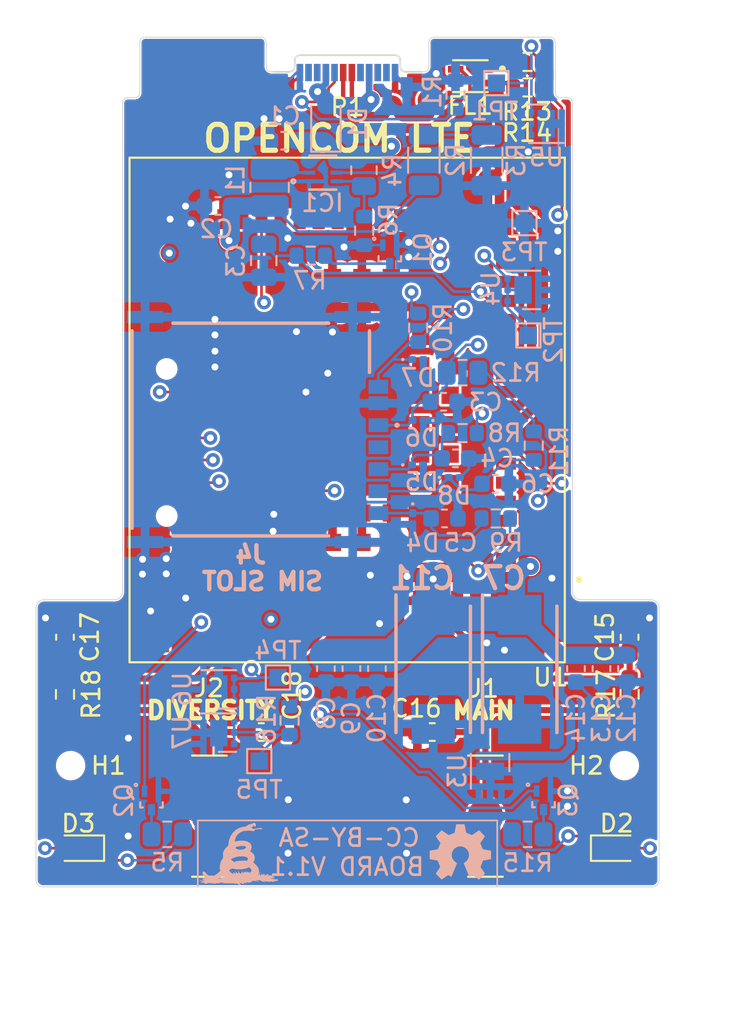
<source format=kicad_pcb>
(kicad_pcb (version 20221018) (generator pcbnew)

  (general
    (thickness 0.8)
  )

  (paper "A4")
  (title_block
    (title "openCom LTE")
    (rev "v1.0")
    (company "Liberated Embedded Systems")
    (comment 1 "Licensed under Creative Commons Attribution 4.0.")
    (comment 4 "https://liberatedsystems.co.uk")
  )

  (layers
    (0 "F.Cu" signal)
    (1 "In1.Cu" signal)
    (2 "In2.Cu" signal)
    (31 "B.Cu" signal)
    (32 "B.Adhes" user "B.Adhesive")
    (33 "F.Adhes" user "F.Adhesive")
    (34 "B.Paste" user)
    (35 "F.Paste" user)
    (36 "B.SilkS" user "B.Silkscreen")
    (37 "F.SilkS" user "F.Silkscreen")
    (38 "B.Mask" user)
    (39 "F.Mask" user)
    (40 "Dwgs.User" user "User.Drawings")
    (41 "Cmts.User" user "User.Comments")
    (42 "Eco1.User" user "User.Eco1")
    (43 "Eco2.User" user "User.Eco2")
    (44 "Edge.Cuts" user)
    (45 "Margin" user)
    (46 "B.CrtYd" user "B.Courtyard")
    (47 "F.CrtYd" user "F.Courtyard")
    (48 "B.Fab" user)
    (49 "F.Fab" user)
    (50 "User.1" user)
    (51 "User.2" user)
    (52 "User.3" user)
    (53 "User.4" user)
    (54 "User.5" user)
    (55 "User.6" user)
    (56 "User.7" user)
    (57 "User.8" user)
    (58 "User.9" user)
  )

  (setup
    (stackup
      (layer "F.SilkS" (type "Top Silk Screen"))
      (layer "F.Paste" (type "Top Solder Paste"))
      (layer "F.Mask" (type "Top Solder Mask") (thickness 0.01))
      (layer "F.Cu" (type "copper") (thickness 0.035))
      (layer "dielectric 1" (type "prepreg") (thickness 0.1) (material "FR4") (epsilon_r 4.5) (loss_tangent 0.02))
      (layer "In1.Cu" (type "copper") (thickness 0.035))
      (layer "dielectric 2" (type "core") (thickness 0.44) (material "FR4") (epsilon_r 4.5) (loss_tangent 0.02))
      (layer "In2.Cu" (type "copper") (thickness 0.035))
      (layer "dielectric 3" (type "prepreg") (thickness 0.1) (material "FR4") (epsilon_r 4.5) (loss_tangent 0.02))
      (layer "B.Cu" (type "copper") (thickness 0.035))
      (layer "B.Mask" (type "Bottom Solder Mask") (thickness 0.01))
      (layer "B.Paste" (type "Bottom Solder Paste"))
      (layer "B.SilkS" (type "Bottom Silk Screen"))
      (copper_finish "None")
      (dielectric_constraints no)
    )
    (pad_to_mask_clearance 0)
    (pcbplotparams
      (layerselection 0x00010fc_ffffffff)
      (plot_on_all_layers_selection 0x0000000_00000000)
      (disableapertmacros false)
      (usegerberextensions false)
      (usegerberattributes true)
      (usegerberadvancedattributes true)
      (creategerberjobfile true)
      (dashed_line_dash_ratio 12.000000)
      (dashed_line_gap_ratio 3.000000)
      (svgprecision 4)
      (plotframeref false)
      (viasonmask false)
      (mode 1)
      (useauxorigin false)
      (hpglpennumber 1)
      (hpglpenspeed 20)
      (hpglpendiameter 15.000000)
      (dxfpolygonmode true)
      (dxfimperialunits true)
      (dxfusepcbnewfont true)
      (psnegative false)
      (psa4output false)
      (plotreference true)
      (plotvalue true)
      (plotinvisibletext false)
      (sketchpadsonfab false)
      (subtractmaskfromsilk false)
      (outputformat 1)
      (mirror false)
      (drillshape 0)
      (scaleselection 1)
      (outputdirectory "gen/")
    )
  )

  (net 0 "")
  (net 1 "VBUS")
  (net 2 "GND")
  (net 3 "+3V8")
  (net 4 "/POWER_GOOD")
  (net 5 "/USIM_PRESENCE")
  (net 6 "/ANT_MAIN")
  (net 7 "/ANT_DIV")
  (net 8 "Net-(D1-A)")
  (net 9 "Net-(D2-K)")
  (net 10 "Net-(D3-K)")
  (net 11 "/USB_D+")
  (net 12 "/USB_D-")
  (net 13 "Net-(IC1-SW)")
  (net 14 "Net-(IC1-FB)")
  (net 15 "Net-(IC1-PG)")
  (net 16 "Net-(P1-CC)")
  (net 17 "unconnected-(P1-VCONN-PadB5)")
  (net 18 "Net-(Q1-B)")
  (net 19 "Net-(Q1-C)")
  (net 20 "/NETLIGHT")
  (net 21 "Net-(Q2-C)")
  (net 22 "/STATUS")
  (net 23 "Net-(C16-Pad1)")
  (net 24 "/USIM_RST")
  (net 25 "/USIM_CLK")
  (net 26 "/VDD_EXT")
  (net 27 "/USIM_DATA")
  (net 28 "Net-(R13-Pad1)")
  (net 29 "Net-(R14-Pad1)")
  (net 30 "Net-(R16-Pad2)")
  (net 31 "Net-(U1-USB_BOOT)")
  (net 32 "unconnected-(U1-PCM_CLK-Pad4)")
  (net 33 "unconnected-(U1-PCM_SYNC-Pad5)")
  (net 34 "unconnected-(U1-PCM_DIN-Pad6)")
  (net 35 "unconnected-(U1-PCM_DOUT-Pad7)")
  (net 36 "unconnected-(U1-RESET_N-Pad17)")
  (net 37 "unconnected-(U1-RESERVED-Pad18)")
  (net 38 "unconnected-(U1-AP_READY-Pad19)")
  (net 39 "unconnected-(U1-DBG_RXD-Pad22)")
  (net 40 "unconnected-(U1-DBG_TXD-Pad23)")
  (net 41 "unconnected-(U1-ADC0-Pad24)")
  (net 42 "unconnected-(U1-SPI_CLK-Pad26)")
  (net 43 "unconnected-(U1-SPI_MOSI-Pad27)")
  (net 44 "unconnected-(U1-SPI_MISO-Pad28)")
  (net 45 "unconnected-(U1-DTR-Pad30)")
  (net 46 "unconnected-(U1-RXD-Pad34)")
  (net 47 "unconnected-(U1-TXD-Pad35)")
  (net 48 "unconnected-(U1-CTS-Pad36)")
  (net 49 "unconnected-(U1-RTS-Pad37)")
  (net 50 "unconnected-(U1-DCD-Pad38)")
  (net 51 "unconnected-(U1-RI-Pad39)")
  (net 52 "unconnected-(U1-I2C_SCL-Pad40)")
  (net 53 "unconnected-(U1-I2C_SDA-Pad41)")
  (net 54 "unconnected-(U1-USIM2_PRESENCE-Pad83)")
  (net 55 "unconnected-(U1-USIM2_CLK-Pad84)")
  (net 56 "/USIM_VDD")
  (net 57 "Net-(C18-Pad1)")
  (net 58 "unconnected-(U1-PWRKEY-Pad15)")
  (net 59 "/USBC_D+")
  (net 60 "/USBC_D-")
  (net 61 "unconnected-(U1-USIM2_RST-Pad85)")
  (net 62 "unconnected-(U1-USIM2_DATA-Pad86)")
  (net 63 "unconnected-(U1-USIM2_VDD-Pad87)")
  (net 64 "Net-(J4-RST)")
  (net 65 "Net-(J4-CLK)")
  (net 66 "Net-(J4-I{slash}O)")
  (net 67 "unconnected-(J4-VPP-PadC6)")
  (net 68 "unconnected-(U1-ANT_GNSS-Pad49)")

  (footprint "CONSMA002-SMD:LINX_CONSMA002-SMD" (layer "F.Cu") (at 151.72 142.15))

  (footprint "Resistor_SMD:R_0603_1608Metric" (layer "F.Cu") (at 154.15 98.575 180))

  (footprint "Resistor_SMD:R_0603_1608Metric_Pad0.98x0.95mm_HandSolder" (layer "F.Cu") (at 160.05 135.1125 -90))

  (footprint "LED_SMD:LED_0603_1608Metric" (layer "F.Cu") (at 128.2 144 180))

  (footprint "Connector_USB:USB_C_Plug_Molex_105444" (layer "F.Cu") (at 143.75 99.15))

  (footprint "MountingHole:MountingHole_2.2mm_M2" (layer "F.Cu") (at 159.75 139.23))

  (footprint "LED_SMD:LED_0603_1608Metric" (layer "F.Cu") (at 159.3 144))

  (footprint "CONSMA002-SMD:LINX_CONSMA002-SMD" (layer "F.Cu") (at 135.77 142.15))

  (footprint "Capacitor_SMD:C_0603_1608Metric_Pad1.08x0.95mm_HandSolder" (layer "F.Cu") (at 160.05 131.8125 90))

  (footprint "Capacitor_SMD:C_0603_1608Metric_Pad1.08x0.95mm_HandSolder" (layer "F.Cu") (at 138.7675 137.29))

  (footprint "Capacitor_SMD:C_0603_1608Metric_Pad1.08x0.95mm_HandSolder" (layer "F.Cu") (at 127.425 131.8125 90))

  (footprint "Capacitor_SMD:C_0603_1608Metric_Pad1.08x0.95mm_HandSolder" (layer "F.Cu") (at 148.6475 137.29 180))

  (footprint "Resistor_SMD:R_0603_1608Metric_Pad0.98x0.95mm_HandSolder" (layer "F.Cu") (at 127.425 135.1125 -90))

  (footprint "MountingHole:MountingHole_2.2mm_M2" (layer "F.Cu") (at 127.75 139.23))

  (footprint "Resistor_SMD:R_0603_1608Metric" (layer "F.Cu") (at 154.15 100.05 180))

  (footprint "DLW21SN900SQ2L:FIL_DLW21SN900SQ2L" (layer "F.Cu") (at 150.85 99.4 180))

  (footprint "EG95:XCVR_EG95" (layer "F.Cu")
    (tstamp f851ed5b-4e23-405b-b1aa-e8d65dde7576)
    (at 143.73 118.685 180)
    (property "MANUFACTURER" "Quectel")
    (property "MAXIMUM_PACKAGE_HEIGHT" "2.5mm")
    (property "PARTREV" "1.5")
    (property "STANDARD" "Manufacturer Recommendations")
    (property "Sheetfile" "opencom-lte.kicad_sch")
    (property "Sheetname" "")
    (path "/e6a6b14f-fc94-4e9b-b34c-71e0e50cdc39")
    (attr smd)
    (fp_text reference "U1" (at -11.76 -15.445) (layer "F.SilkS")
        (effects (font (size 1 1) (thickness 0.153)))
      (tstamp 1d464947-5842-4187-a9bd-c30a4e55b624)
    )
    (fp_text value "EG95" (at -12.635 15.715) (layer "F.Fab")
        (effects (font (size 1 1) (thickness 0.15)))
      (tstamp 7b80973e-b338-4301-a0a8-35a68cefc798)
    )
    (fp_circle (center -5.95 -4.25) (end -5.478 -4.25)
      (stroke (width 0) (type solid)) (fill solid) (layer "F.Paste") (tstamp 67d3b74d-81a9-43e5-82a0-a58ecb94a205))
    (fp_circle (center -5.95 -2.55) (end -5.478 -2.55)
      (stroke (width 0) (type solid)) (fill solid) (layer "F.Paste") (tstamp 12d7749c-79c9-41a7-b0f5-19f3bfe17632))
    (fp_circle (center -5.95 -0.85) (end -5.478 -0.85)
      (stroke (width 0) (type solid)) (fill solid) (layer "F.Paste") (tstamp 4e384b70-bee1-4f3c-923a-35ca47ab2658))
    (fp_circle (center -5.95 0.85) (end -5.478 0.85)
      (stroke (width 0) (type solid)) (fill solid) (layer "F.Paste") (tstamp 6d05fc8f-1146-4558-87f4-124d02db3765))
    (fp_circle (center -5.95 2.55) (end -5.478 2.55)
      (stroke (width 0) (type solid)) (fill solid) (layer "F.Paste") (tstamp 357ed333-a131-4460-9f03-f99d16791163))
    (fp_circle (center -5.95 4.25) (end -5.478 4.25)
      (stroke (width 0) (type solid)) (fill solid) (layer "F.Paste") (tstamp 63f94867-3c9e-4667-930a-fee0f1e2ebe2))
    (fp_circle (center -4.25 -4.25) (end -3.778 -4.25)
      (stroke (width 0) (type solid)) (fill solid) (layer "F.Paste") (tstamp 13cc66c6-7510-4e83-a694-d08949b734e5))
    (fp_circle (center -4.25 -2.55) (end -3.778 -2.55)
      (stroke (width 0) (type solid)) (fill solid) (layer "F.Paste") (tstamp 8c7a9cf3-ddbd-4b7c-bebc-49031a5e6d73))
    (fp_circle (center -4.25 -0.85) (end -3.778 -0.85)
      (stroke (width 0) (type solid)) (fill solid) (layer "F.Paste") (tstamp 3d9d3b4e-af9b-4dbc-9336-c29b3746faba))
    (fp_circle (center -4.25 0.85) (end -3.778 0.85)
      (stroke (width 0) (type solid)) (fill solid) (layer "F.Paste") (tstamp 690ddcd6-4d8e-42c0-ad75-ff9db3797b01))
    (fp_circle (center -4.25 2.55) (end -3.778 2.55)
      (stroke (width 0) (type solid)) (fill solid) (layer "F.Paste") (tstamp 75b36f97-51b2-4f40-b557-750c42c33062))
    (fp_circle (center -4.25 4.25) (end -3.778 4.25)
      (stroke (width 0) (type solid)) (fill solid) (layer "F.Paste") (tstamp 4e758d36-1513-487c-9267-fc087fa18d60))
    (fp_circle (center -2.55 -7.65) (end -2.078 -7.65)
      (stroke (width 0) (type solid)) (fill solid) (layer "F.Paste") (tstamp 3633692c-49f1-42ca-94b0-b891b5a33b8a))
    (fp_circle (center -2.55 -5.95) (end -2.078 -5.95)
      (stroke (width 0) (type solid)) (fill solid) (layer "F.Paste") (tstamp daf7962a-2a44-472f-b9c9-8c84ea1849f8))
    (fp_circle (center -2.55 5.95) (end -2.078 5.95)
      (stroke (width 0) (type solid)) (fill solid) (layer "F.Paste") (tstamp 32fabbac-dc5d-4778-92ac-b5c62bce09fe))
    (fp_circle (center -2.55 7.65) (end -2.078 7.65)
      (stroke (width 0) (type solid)) (fill solid) (layer "F.Paste") (tstamp b9df1aa6-a689-4293-8753-7c59f8230178))
    (fp_circle (center -0.85 -7.65) (end -0.378 -7.65)
      (stroke (width 0) (type solid)) (fill solid) (layer "F.Paste") (tstamp 4d0be172-5136-470d-b73a-7a8cb51ed73c))
    (fp_circle (center -0.85 -5.95) (end -0.378 -5.95)
      (stroke (width 0) (type solid)) (fill solid) (layer "F.Paste") (tstamp e9ad7bc7-db7f-41e8-8090-37c9b439c87a))
    (fp_circle (center -0.85 5.95) (end -0.378 5.95)
      (stroke (width 0) (type solid)) (fill solid) (layer "F.Paste") (tstamp 4a30cd4e-e496-41e4-82a6-3686d3ecb188))
    (fp_circle (center -0.85 7.65) (end -0.378 7.65)
      (stroke (width 0) (type solid)) (fill solid) (layer "F.Paste") (tstamp 55b8e7ce-c026-444a-87d3-c25fb53b51c9))
    (fp_circle (center 0.85 -7.65) (end 1.322 -7.65)
      (stroke (width 0) (type solid)) (fill solid) (layer "F.Paste") (tstamp 32b20396-c9b0-4873-b9ba-fa2c66fc98d1))
    (fp_circle (center 0.85 -5.95) (end 1.322 -5.95)
      (stroke (width 0) (type solid)) (fill solid) (layer "F.Paste") (tstamp e03b0b90-06f2-4e0d-a234-628bf843efeb))
    (fp_circle (center 0.85 5.95) (end 1.322 5.95)
      (stroke (width 0) (type solid)) (fill solid) (layer "F.Paste") (tstamp 117ba3fd-2c95-455c-a1fb-79870f2b7c3e))
    (fp_circle (center 0.85 7.65) (end 1.322 7.65)
      (stroke (width 0) (type solid)) (fill solid) (layer "F.Paste") (tstamp 9cebe8bb-5944-4532-84f3-4db69cb5a267))
    (fp_circle (center 2.55 -7.65) (end 3.022 -7.65)
      (stroke (width 0) (type solid)) (fill solid) (layer "F.Paste") (tstamp 4591d32e-0bfd-40f2-a436-d8c4a8df7b9c))
    (fp_circle (center 2.55 -5.95) (end 3.022 -5.95)
      (stroke (width 0) (type solid)) (fill solid) (layer "F.Paste") (tstamp 27feb6eb-48a0-44e1-945e-be4be8aa40cb))
    (fp_circle (center 2.55 5.95) (end 3.022 5.95)
      (stroke (width 0) (type solid)) (fill solid) (layer "F.Paste") (tstamp d0d20436-b778-4fa3-9675-56b791c3d56f))
    (fp_circle (center 2.55 7.65) (end 3.022 7.65)
      (stroke (width 0) (type solid)) (fill solid) (layer "F.Paste") (tstamp defa867d-6b76-49c8-bb58-cf6b459a29a2))
    (fp_circle (center 4.25 -4.25) (end 4.722 -4.25)
      (stroke (width 0) (type solid)) (fill solid) (layer "F.Paste") (tstamp 025de2ef-81a6-402c-bdfe-0f3340f36076))
    (fp_circle (center 4.25 -2.55) (end 4.722 -2.55)
      (stroke (width 0) (type solid)) (fill solid) (layer "F.Paste") (tstamp 920f3030-f3a9-49d9-98b1-ba1e7a6cde5b))
    (fp_circle (center 4.25 -0.85) (end 4.722 -0.85)
      (stroke (width 0) (type solid)) (fill solid) (layer "F.Paste") (tstamp cf2d715c-b57e-4e29-b1b7-62efa84a9561))
    (fp_circle (center 4.25 0.85) (end 4.722 0.85)
      (stroke (width 0) (type solid)) (fill solid) (layer "F.Paste") (tstamp ca71414b-1dcf-458c-9ec7-99f7644ea8d3))
    (fp_circle (center 4.25 2.55) (end 4.722 2.55)
      (stroke (width 0) (type solid)) (fill solid) (layer "F.Paste") (tstamp c74df507-238b-4f61-b908-673a0ad914c0))
    (fp_circle (center 4.25 4.25) (end 4.722 4.25)
      (stroke (width 0) (type solid)) (fill solid) (layer "F.Paste") (tstamp 89941a95-52f2-4f01-b5ae-ea2ee97dc086))
    (fp_circle (center 5.95 -4.25) (end 6.422 -4.25)
      (stroke (width 0) (type solid)) (fill solid) (layer "F.Paste") (tstamp 464d7fed-1c31-488c-ad54-5f06dec5a552))
    (fp_circle (center 5.95 -2.55) (end 6.422 -2.55)
      (stroke (width 0) (type solid)) (fill solid) (layer "F.Paste") (tstamp 7989918b-1f57-4399-89ef-f58e0c36eb2c))
    (fp_circle (center 5.95 -0.85) (end 6.422 -0.85)
      (stroke (width 0) (type solid)) (fill solid) (layer "F.Paste") (tstamp 338601a2-47bf-49f9-ba85-32e5a710140d))
    (fp_circle (center 5.95 0.85) (end 6.422 0.85)
      (stroke (width 0) (type solid)) (fill solid) (layer "F.Paste") (tstamp 12da4203-b063-4a2b-968e-3657dc112560))
    (fp_circle (center 5.95 2.55) (end 6.422 2.55)
      (stroke (width 0) (type solid)) (fill solid) (layer "F.Paste") (tstamp 7f6528a6-3a92-4aca-ba64-fc076fca4400))
    (fp_circle (center 5.95 4.25) (end 6.422 4.25)
      (stroke (width 0) (type solid)) (fill solid) (layer "F.Paste") (tstamp faf3a879-e27f-4ff1-b81f-1530938d56fc))
    (fp_poly
      (pts
        (xy -11.66 -13.66)
        (xy -10.64 -13.66)
        (xy -10.64 -12.64)
        (xy -11.66 -12.64)
      )

      (stroke (width 0.01) (type solid)) (fill solid) (layer "F.Paste") (tstamp a4cf9f7c-fc80-4a6e-8aed-8618a06b9c70))
    (fp_poly
      (pts
        (xy -10.54 13.56)
        (xy -10.78 13.56)
        (xy -11.56 12.78)
        (xy -11.56 12.54)
        (xy -10.54 12.54)
      )

      (stroke (width 0.0001) (type solid)) (fill solid) (layer "F.Paste") (tstamp 36e8bdf4-fab0-480a-ae07-fd85752c3d27))
    (fp_poly
      (pts
        (xy -10.54 13.56)
        (xy -10.78 13.56)
        (xy -11.56 12.78)
        (xy -11.56 12.54)
        (xy -10.54 12.54)
      )

      (stroke (width 0.0001) (type solid)) (fill solid) (layer "F.Paste") (tstamp fb33d6b7-c026-42c4-b8ab-e0e13b2d656e))
    (fp_poly
      (pts
        (xy 10.54 -13.56)
        (xy 10.78 -13.56)
        (xy 11.56 -12.78)
        (xy 11.56 -12.54)
        (xy 10.54 -12.54)
      )

      (stroke (width 0.0001) (type solid)) (fill solid) (layer "F.Paste") (tstamp 74c62a22-a856-4ac7-bb7a-1febdc12e728))
    (fp_poly
      (pts
        (xy 10.54 13.56)
        (xy 10.78 13.56)
        (xy 11.56 12.78)
        (xy 11.56 12.54)
        (xy 10.54 12.54)
      )

      (stroke (width 0.0001) (type solid)) (fill solid) (layer "F.Paste") (tstamp c4360858-c8a5-42dc-836e-f31e91c33908))
    (fp_poly
      (pts
        (xy -9.525 -9.98)
        (xy -8.825 -9.98)
        (xy -8.819 -9.98)
        (xy -8.814 -9.979)
        (xy -8.808 -9.979)
        (xy -8.802 -9.978)
        (xy -8.797 -9.976)
        (xy -8.791 -9.975)
        (xy -8.786 -9.973)
        (xy -8.78 -9.97)
        (xy -8.775 -9.968)
        (xy -8.77 -9.965)
        (xy -8.765 -9.962)
        (xy -8.76 -9.959)
        (xy -8.756 -9.955)
        (xy -8.751 -9.952)
        (xy -8.747 -9.948)
        (xy -8.743 -9.944)
        (xy -8.74 -9.939)
        (xy -8.736 -9.935)
        (xy -8.733 -9.93)
        (xy -8.73 -9.925)
        (xy -8.727 -9.92)
        (xy -8.725 -9.915)
        (xy -8.722 -9.909)
        (xy -8.72 -9.904)
        (xy -8.719 -9.898)
        (xy -8.717 -9.893)
        (xy -8.716 -9.887)
        (xy -8.716 -9.881)
        (xy -8.715 -9.876)
        (xy -8.715 -9.87)
        (xy -8.715 -9.53)
        (xy -8.715 -9.524)
        (xy -8.716 -9.519)
        (xy -8.716 -9.513)
        (xy -8.717 -9.507)
        (xy -8.719 -9.502)
        (xy -8.72 -9.496)
        (xy -8.722 -9.491)
        (xy -8.725 -9.485)
        (xy -8.727 -9.48)
        (xy -8.73 -9.475)
        (xy -8.733 -9.47)
        (xy -8.736 -9.465)
        (xy -8.74 -9.461)
        (xy -8.743 -9.456)
        (xy -8.747 -9.452)
        (xy -8.751 -9.448)
        (xy -8.756 -9.445)
        (xy -8.76 -9.441)
        (xy -8.765 -9.438)
        (xy -8.77 -9.435)
        (xy -8.775 -9.432)
        (xy -8.78 -9.43)
        (xy -8.786 -9.427)
        (xy -8.791 -9.425)
        (xy -8.797 -9.424)
        (xy -8.802 -9.422)
        (xy -8.808 -9.421)
        (xy -8.814 -9.421)
        (xy -8.819 -9.42)
        (xy -8.825 -9.42)
        (xy -9.525 -9.42)
        (xy -9.531 -9.42)
        (xy -9.536 -9.421)
        (xy -9.542 -9.421)
        (xy -9.548 -9.422)
        (xy -9.553 -9.424)
        (xy -9.559 -9.425)
        (xy -9.564 -9.427)
        (xy -9.57 -9.43)
        (xy -9.575 -9.432)
        (xy -9.58 -9.435)
        (xy -9.585 -9.438)
        (xy -9.59 -9.441)
        (xy -9.594 -9.445)
        (xy -9.599 -9.448)
        (xy -9.603 -9.452)
        (xy -9.607 -9.456)
        (xy -9.61 -9.461)
        (xy -9.614 -9.465)
        (xy -9.617 -9.47)
        (xy -9.62 -9.475)
        (xy -9.623 -9.48)
        (xy -9.625 -9.485)
        (xy -9.628 -9.491)
        (xy -9.63 -9.496)
        (xy -9.631 -9.502)
        (xy -9.633 -9.507)
        (xy -9.634 -9.513)
        (xy -9.634 -9.519)
        (xy -9.635 -9.524)
        (xy -9.635 -9.53)
        (xy -9.635 -9.87)
        (xy -9.635 -9.876)
        (xy -9.634 -9.881)
        (xy -9.634 -9.887)
        (xy -9.633 -9.893)
        (xy -9.631 -9.898)
        (xy -9.63 -9.904)
        (xy -9.628 -9.909)
        (xy -9.625 -9.915)
        (xy -9.623 -9.92)
        (xy -9.62 -9.925)
        (xy -9.617 -9.93)
        (xy -9.614 -9.935)
        (xy -9.61 -9.939)
        (xy -9.607 -9.944)
        (xy -9.603 -9.948)
        (xy -9.599 -9.952)
        (xy -9.594 -9.955)
        (xy -9.59 -9.959)
        (xy -9.585 -9.962)
        (xy -9.58 -9.965)
        (xy -9.575 -9.968)
        (xy -9.57 -9.97)
        (xy -9.564 -9.973)
        (xy -9.559 -9.975)
        (xy -9.553 -9.976)
        (xy -9.548 -9.978)
        (xy -9.542 -9.979)
        (xy -9.536 -9.979)
        (xy -9.531 -9.98)
        (xy -9.525 -9.98)
      )

      (stroke (width 0.0001) (type solid)) (fill solid) (layer "F.Paste") (tstamp 381fb920-c57b-4d2c-bff1-181bec3e7f23))
    (fp_poly
      (pts
        (xy -9.525 -8.88)
        (xy -8.825 -8.88)
        (xy -8.819 -8.88)
        (xy -8.814 -8.879)
        (xy -8.808 -8.879)
        (xy -8.802 -8.878)
        (xy -8.797 -8.876)
        (xy -8.791 -8.875)
        (xy -8.786 -8.873)
        (xy -8.78 -8.87)
        (xy -8.775 -8.868)
        (xy -8.77 -8.865)
        (xy -8.765 -8.862)
        (xy -8.76 -8.859)
        (xy -8.756 -8.855)
        (xy -8.751 -8.852)
        (xy -8.747 -8.848)
        (xy -8.743 -8.844)
        (xy -8.74 -8.839)
        (xy -8.736 -8.835)
        (xy -8.733 -8.83)
        (xy -8.73 -8.825)
        (xy -8.727 -8.82)
        (xy -8.725 -8.815)
        (xy -8.722 -8.809)
        (xy -8.72 -8.804)
        (xy -8.719 -8.798)
        (xy -8.717 -8.793)
        (xy -8.716 -8.787)
        (xy -8.716 -8.781)
        (xy -8.715 -8.776)
        (xy -8.715 -8.77)
        (xy -8.715 -8.43)
        (xy -8.715 -8.424)
        (xy -8.716 -8.419)
        (xy -8.716 -8.413)
        (xy -8.717 -8.407)
        (xy -8.719 -8.402)
        (xy -8.72 -8.396)
        (xy -8.722 -8.391)
        (xy -8.725 -8.385)
        (xy -8.727 -8.38)
        (xy -8.73 -8.375)
        (xy -8.733 -8.37)
        (xy -8.736 -8.365)
        (xy -8.74 -8.361)
        (xy -8.743 -8.356)
        (xy -8.747 -8.352)
        (xy -8.751 -8.348)
        (xy -8.756 -8.345)
        (xy -8.76 -8.341)
        (xy -8.765 -8.338)
        (xy -8.77 -8.335)
        (xy -8.775 -8.332)
        (xy -8.78 -8.33)
        (xy -8.786 -8.327)
        (xy -8.791 -8.325)
        (xy -8.797 -8.324)
        (xy -8.802 -8.322)
        (xy -8.808 -8.321)
        (xy -8.814 -8.321)
        (xy -8.819 -8.32)
        (xy -8.825 -8.32)
        (xy -9.525 -8.32)
        (xy -9.531 -8.32)
        (xy -9.536 -8.321)
        (xy -9.542 -8.321)
        (xy -9.548 -8.322)
        (xy -9.553 -8.324)
        (xy -9.559 -8.325)
        (xy -9.564 -8.327)
        (xy -9.57 -8.33)
        (xy -9.575 -8.332)
        (xy -9.58 -8.335)
        (xy -9.585 -8.338)
        (xy -9.59 -8.341)
        (xy -9.594 -8.345)
        (xy -9.599 -8.348)
        (xy -9.603 -8.352)
        (xy -9.607 -8.356)
        (xy -9.61 -8.361)
        (xy -9.614 -8.365)
        (xy -9.617 -8.37)
        (xy -9.62 -8.375)
        (xy -9.623 -8.38)
        (xy -9.625 -8.385)
        (xy -9.628 -8.391)
        (xy -9.63 -8.396)
        (xy -9.631 -8.402)
        (xy -9.633 -8.407)
        (xy -9.634 -8.413)
        (xy -9.634 -8.419)
        (xy -9.635 -8.424)
        (xy -9.635 -8.43)
        (xy -9.635 -8.77)
        (xy -9.635 -8.776)
        (xy -9.634 -8.781)
        (xy -9.634 -8.787)
        (xy -9.633 -8.793)
        (xy -9.631 -8.798)
        (xy -9.63 -8.804)
        (xy -9.628 -8.809)
        (xy -9.625 -8.815)
        (xy -9.623 -8.82)
        (xy -9.62 -8.825)
        (xy -9.617 -8.83)
        (xy -9.614 -8.835)
        (xy -9.61 -8.839)
        (xy -9.607 -8.844)
        (xy -9.603 -8.848)
        (xy -9.599 -8.852)
        (xy -9.594 -8.855)
        (xy -9.59 -8.859)
        (xy -9.585 -8.862)
        (xy -9.58 -8.865)
        (xy -9.575 -8.868)
        (xy -9.57 -8.87)
        (xy -9.564 -8.873)
        (xy -9.559 -8.875)
        (xy -9.553 -8.876)
        (xy -9.548 -8.878)
        (xy -9.542 -8.879)
        (xy -9.536 -8.879)
        (xy -9.531 -8.88)
        (xy -9.525 -8.88)
      )

      (stroke (width 0.0001) (type solid)) (fill solid) (layer "F.Paste") (tstamp 15a79106-df97-4493-8a49-601ca5566463))
    (fp_poly
      (pts
        (xy -9.525 -7.78)
        (xy -8.825 -7.78)
        (xy -8.819 -7.78)
        (xy -8.814 -7.779)
        (xy -8.808 -7.779)
        (xy -8.802 -7.778)
        (xy -8.797 -7.776)
        (xy -8.791 -7.775)
        (xy -8.786 -7.773)
        (xy -8.78 -7.77)
        (xy -8.775 -7.768)
        (xy -8.77 -7.765)
        (xy -8.765 -7.762)
        (xy -8.76 -7.759)
        (xy -8.756 -7.755)
        (xy -8.751 -7.752)
        (xy -8.747 -7.748)
        (xy -8.743 -7.744)
        (xy -8.74 -7.739)
        (xy -8.736 -7.735)
        (xy -8.733 -7.73)
        (xy -8.73 -7.725)
        (xy -8.727 -7.72)
        (xy -8.725 -7.715)
        (xy -8.722 -7.709)
        (xy -8.72 -7.704)
        (xy -8.719 -7.698)
        (xy -8.717 -7.693)
        (xy -8.716 -7.687)
        (xy -8.716 -7.681)
        (xy -8.715 -7.676)
        (xy -8.715 -7.67)
        (xy -8.715 -7.33)
        (xy -8.715 -7.324)
        (xy -8.716 -7.319)
        (xy -8.716 -7.313)
        (xy -8.717 -7.307)
        (xy -8.719 -7.302)
        (xy -8.72 -7.296)
        (xy -8.722 -7.291)
        (xy -8.725 -7.285)
        (xy -8.727 -7.28)
        (xy -8.73 -7.275)
        (xy -8.733 -7.27)
        (xy -8.736 -7.265)
        (xy -8.74 -7.261)
        (xy -8.743 -7.256)
        (xy -8.747 -7.252)
        (xy -8.751 -7.248)
        (xy -8.756 -7.245)
        (xy -8.76 -7.241)
        (xy -8.765 -7.238)
        (xy -8.77 -7.235)
        (xy -8.775 -7.232)
        (xy -8.78 -7.23)
        (xy -8.786 -7.227)
        (xy -8.791 -7.225)
        (xy -8.797 -7.224)
        (xy -8.802 -7.222)
        (xy -8.808 -7.221)
        (xy -8.814 -7.221)
        (xy -8.819 -7.22)
        (xy -8.825 -7.22)
        (xy -9.525 -7.22)
        (xy -9.531 -7.22)
        (xy -9.536 -7.221)
        (xy -9.542 -7.221)
        (xy -9.548 -7.222)
        (xy -9.553 -7.224)
        (xy -9.559 -7.225)
        (xy -9.564 -7.227)
        (xy -9.57 -7.23)
        (xy -9.575 -7.232)
        (xy -9.58 -7.235)
        (xy -9.585 -7.238)
        (xy -9.59 -7.241)
        (xy -9.594 -7.245)
        (xy -9.599 -7.248)
        (xy -9.603 -7.252)
        (xy -9.607 -7.256)
        (xy -9.61 -7.261)
        (xy -9.614 -7.265)
        (xy -9.617 -7.27)
        (xy -9.62 -7.275)
        (xy -9.623 -7.28)
        (xy -9.625 -7.285)
        (xy -9.628 -7.291)
        (xy -9.63 -7.296)
        (xy -9.631 -7.302)
        (xy -9.633 -7.307)
        (xy -9.634 -7.313)
        (xy -9.634 -7.319)
        (xy -9.635 -7.324)
        (xy -9.635 -7.33)
        (xy -9.635 -7.67)
        (xy -9.635 -7.676)
        (xy -9.634 -7.681)
        (xy -9.634 -7.687)
        (xy -9.633 -7.693)
        (xy -9.631 -7.698)
        (xy -9.63 -7.704)
        (xy -9.628 -7.709)
        (xy -9.625 -7.715)
        (xy -9.623 -7.72)
        (xy -9.62 -7.725)
        (xy -9.617 -7.73)
        (xy -9.614 -7.735)
        (xy -9.61 -7.739)
        (xy -9.607 -7.744)
        (xy -9.603 -7.748)
        (xy -9.599 -7.752)
        (xy -9.594 -7.755)
        (xy -9.59 -7.759)
        (xy -9.585 -7.762)
        (xy -9.58 -7.765)
        (xy -9.575 -7.768)
        (xy -9.57 -7.77)
        (xy -9.564 -7.773)
        (xy -9.559 -7.775)
        (xy -9.553 -7.776)
        (xy -9.548 -7.778)
        (xy -9.542 -7.779)
        (xy -9.536 -7.779)
        (xy -9.531 -7.78)
        (xy -9.525 -7.78)
      )

      (stroke (width 0.0001) (type solid)) (fill solid) (layer "F.Paste") (tstamp 0c575af3-6ed1-46a3-bfde-38643bb7e524))
    (fp_poly
      (pts
        (xy -9.525 -6.68)
        (xy -8.825 -6.68)
        (xy -8.819 -6.68)
        (xy -8.814 -6.679)
        (xy -8.808 -6.679)
        (xy -8.802 -6.678)
        (xy -8.797 -6.676)
        (xy -8.791 -6.675)
        (xy -8.786 -6.673)
        (xy -8.78 -6.67)
        (xy -8.775 -6.668)
        (xy -8.77 -6.665)
        (xy -8.765 -6.662)
        (xy -8.76 -6.659)
        (xy -8.756 -6.655)
        (xy -8.751 -6.652)
        (xy -8.747 -6.648)
        (xy -8.743 -6.644)
        (xy -8.74 -6.639)
        (xy -8.736 -6.635)
        (xy -8.733 -6.63)
        (xy -8.73 -6.625)
        (xy -8.727 -6.62)
        (xy -8.725 -6.615)
        (xy -8.722 -6.609)
        (xy -8.72 -6.604)
        (xy -8.719 -6.598)
        (xy -8.717 -6.593)
        (xy -8.716 -6.587)
        (xy -8.716 -6.581)
        (xy -8.715 -6.576)
        (xy -8.715 -6.57)
        (xy -8.715 -6.23)
        (xy -8.715 -6.224)
        (xy -8.716 -6.219)
        (xy -8.716 -6.213)
        (xy -8.717 -6.207)
        (xy -8.719 -6.202)
        (xy -8.72 -6.196)
        (xy -8.722 -6.191)
        (xy -8.725 -6.185)
        (xy -8.727 -6.18)
        (xy -8.73 -6.175)
        (xy -8.733 -6.17)
        (xy -8.736 -6.165)
        (xy -8.74 -6.161)
        (xy -8.743 -6.156)
        (xy -8.747 -6.152)
        (xy -8.751 -6.148)
        (xy -8.756 -6.145)
        (xy -8.76 -6.141)
        (xy -8.765 -6.138)
        (xy -8.77 -6.135)
        (xy -8.775 -6.132)
        (xy -8.78 -6.13)
        (xy -8.786 -6.127)
        (xy -8.791 -6.125)
        (xy -8.797 -6.124)
        (xy -8.802 -6.122)
        (xy -8.808 -6.121)
        (xy -8.814 -6.121)
        (xy -8.819 -6.12)
        (xy -8.825 -6.12)
        (xy -9.525 -6.12)
        (xy -9.531 -6.12)
        (xy -9.536 -6.121)
        (xy -9.542 -6.121)
        (xy -9.548 -6.122)
        (xy -9.553 -6.124)
        (xy -9.559 -6.125)
        (xy -9.564 -6.127)
        (xy -9.57 -6.13)
        (xy -9.575 -6.132)
        (xy -9.58 -6.135)
        (xy -9.585 -6.138)
        (xy -9.59 -6.141)
        (xy -9.594 -6.145)
        (xy -9.599 -6.148)
        (xy -9.603 -6.152)
        (xy -9.607 -6.156)
        (xy -9.61 -6.161)
        (xy -9.614 -6.165)
        (xy -9.617 -6.17)
        (xy -9.62 -6.175)
        (xy -9.623 -6.18)
        (xy -9.625 -6.185)
        (xy -9.628 -6.191)
        (xy -9.63 -6.196)
        (xy -9.631 -6.202)
        (xy -9.633 -6.207)
        (xy -9.634 -6.213)
        (xy -9.634 -6.219)
        (xy -9.635 -6.224)
        (xy -9.635 -6.23)
        (xy -9.635 -6.57)
        (xy -9.635 -6.576)
        (xy -9.634 -6.581)
        (xy -9.634 -6.587)
        (xy -9.633 -6.593)
        (xy -9.631 -6.598)
        (xy -9.63 -6.604)
        (xy -9.628 -6.609)
        (xy -9.625 -6.615)
        (xy -9.623 -6.62)
        (xy -9.62 -6.625)
        (xy -9.617 -6.63)
        (xy -9.614 -6.635)
        (xy -9.61 -6.639)
        (xy -9.607 -6.644)
        (xy -9.603 -6.648)
        (xy -9.599 -6.652)
        (xy -9.594 -6.655)
        (xy -9.59 -6.659)
        (xy -9.585 -6.662)
        (xy -9.58 -6.665)
        (xy -9.575 -6.668)
        (xy -9.57 -6.67)
        (xy -9.564 -6.673)
        (xy -9.559 -6.675)
        (xy -9.553 -6.676)
        (xy -9.548 -6.678)
        (xy -9.542 -6.679)
        (xy -9.536 -6.679)
        (xy -9.531 -6.68)
        (xy -9.525 -6.68)
      )

      (stroke (width 0.0001) (type solid)) (fill solid) (layer "F.Paste") (tstamp 4a9d6eca-1bec-49f3-8d4a-6444aca6165c))
    (fp_poly
      (pts
        (xy -9.525 -5.58)
        (xy -8.825 -5.58)
        (xy -8.819 -5.58)
        (xy -8.814 -5.579)
        (xy -8.808 -5.579)
        (xy -8.802 -5.578)
        (xy -8.797 -5.576)
        (xy -8.791 -5.575)
        (xy -8.786 -5.573)
        (xy -8.78 -5.57)
        (xy -8.775 -5.568)
        (xy -8.77 -5.565)
        (xy -8.765 -5.562)
        (xy -8.76 -5.559)
        (xy -8.756 -5.555)
        (xy -8.751 -5.552)
        (xy -8.747 -5.548)
        (xy -8.743 -5.544)
        (xy -8.74 -5.539)
        (xy -8.736 -5.535)
        (xy -8.733 -5.53)
        (xy -8.73 -5.525)
        (xy -8.727 -5.52)
        (xy -8.725 -5.515)
        (xy -8.722 -5.509)
        (xy -8.72 -5.504)
        (xy -8.719 -5.498)
        (xy -8.717 -5.493)
        (xy -8.716 -5.487)
        (xy -8.716 -5.481)
        (xy -8.715 -5.476)
        (xy -8.715 -5.47)
        (xy -8.715 -5.13)
        (xy -8.715 -5.124)
        (xy -8.716 -5.119)
        (xy -8.716 -5.113)
        (xy -8.717 -5.107)
        (xy -8.719 -5.102)
        (xy -8.72 -5.096)
        (xy -8.722 -5.091)
        (xy -8.725 -5.085)
        (xy -8.727 -5.08)
        (xy -8.73 -5.075)
        (xy -8.733 -5.07)
        (xy -8.736 -5.065)
        (xy -8.74 -5.061)
        (xy -8.743 -5.056)
        (xy -8.747 -5.052)
        (xy -8.751 -5.048)
        (xy -8.756 -5.045)
        (xy -8.76 -5.041)
        (xy -8.765 -5.038)
        (xy -8.77 -5.035)
        (xy -8.775 -5.032)
        (xy -8.78 -5.03)
        (xy -8.786 -5.027)
        (xy -8.791 -5.025)
        (xy -8.797 -5.024)
        (xy -8.802 -5.022)
        (xy -8.808 -5.021)
        (xy -8.814 -5.021)
        (xy -8.819 -5.02)
        (xy -8.825 -5.02)
        (xy -9.525 -5.02)
        (xy -9.531 -5.02)
        (xy -9.536 -5.021)
        (xy -9.542 -5.021)
        (xy -9.548 -5.022)
        (xy -9.553 -5.024)
        (xy -9.559 -5.025)
        (xy -9.564 -5.027)
        (xy -9.57 -5.03)
        (xy -9.575 -5.032)
        (xy -9.58 -5.035)
        (xy -9.585 -5.038)
        (xy -9.59 -5.041)
        (xy -9.594 -5.045)
        (xy -9.599 -5.048)
        (xy -9.603 -5.052)
        (xy -9.607 -5.056)
        (xy -9.61 -5.061)
        (xy -9.614 -5.065)
        (xy -9.617 -5.07)
        (xy -9.62 -5.075)
        (xy -9.623 -5.08)
        (xy -9.625 -5.085)
        (xy -9.628 -5.091)
        (xy -9.63 -5.096)
        (xy -9.631 -5.102)
        (xy -9.633 -5.107)
        (xy -9.634 -5.113)
        (xy -9.634 -5.119)
        (xy -9.635 -5.124)
        (xy -9.635 -5.13)
        (xy -9.635 -5.47)
        (xy -9.635 -5.476)
        (xy -9.634 -5.481)
        (xy -9.634 -5.487)
        (xy -9.633 -5.493)
        (xy -9.631 -5.498)
        (xy -9.63 -5.504)
        (xy -9.628 -5.509)
        (xy -9.625 -5.515)
        (xy -9.623 -5.52)
        (xy -9.62 -5.525)
        (xy -9.617 -5.53)
        (xy -9.614 -5.535)
        (xy -9.61 -5.539)
        (xy -9.607 -5.544)
        (xy -9.603 -5.548)
        (xy -9.599 -5.552)
        (xy -9.594 -5.555)
        (xy -9.59 -5.559)
        (xy -9.585 -5.562)
        (xy -9.58 -5.565)
        (xy -9.575 -5.568)
        (xy -9.57 -5.57)
        (xy -9.564 -5.573)
        (xy -9.559 -5.575)
        (xy -9.553 -5.576)
        (xy -9.548 -5.578)
        (xy -9.542 -5.579)
        (xy -9.536 -5.579)
        (xy -9.531 -5.58)
        (xy -9.525 -5.58)
      )

      (stroke (width 0.0001) (type solid)) (fill solid) (layer "F.Paste") (tstamp e40f3414-f91c-4fbd-a4de-8dc5493441cf))
    (fp_poly
      (pts
        (xy -9.525 -4.48)
        (xy -8.825 -4.48)
        (xy -8.819 -4.48)
        (xy -8.814 -4.479)
        (xy -8.808 -4.479)
        (xy -8.802 -4.478)
        (xy -8.797 -4.476)
        (xy -8.791 -4.475)
        (xy -8.786 -4.473)
        (xy -8.78 -4.47)
        (xy -8.775 -4.468)
        (xy -8.77 -4.465)
        (xy -8.765 -4.462)
        (xy -8.76 -4.459)
        (xy -8.756 -4.455)
        (xy -8.751 -4.452)
        (xy -8.747 -4.448)
        (xy -8.743 -4.444)
        (xy -8.74 -4.439)
        (xy -8.736 -4.435)
        (xy -8.733 -4.43)
        (xy -8.73 -4.425)
        (xy -8.727 -4.42)
        (xy -8.725 -4.415)
        (xy -8.722 -4.409)
        (xy -8.72 -4.404)
        (xy -8.719 -4.398)
        (xy -8.717 -4.393)
        (xy -8.716 -4.387)
        (xy -8.716 -4.381)
        (xy -8.715 -4.376)
        (xy -8.715 -4.37)
        (xy -8.715 -4.03)
        (xy -8.715 -4.024)
        (xy -8.716 -4.019)
        (xy -8.716 -4.013)
        (xy -8.717 -4.007)
        (xy -8.719 -4.002)
        (xy -8.72 -3.996)
        (xy -8.722 -3.991)
        (xy -8.725 -3.985)
        (xy -8.727 -3.98)
        (xy -8.73 -3.975)
        (xy -8.733 -3.97)
        (xy -8.736 -3.965)
        (xy -8.74 -3.961)
        (xy -8.743 -3.956)
        (xy -8.747 -3.952)
        (xy -8.751 -3.948)
        (xy -8.756 -3.945)
        (xy -8.76 -3.941)
        (xy -8.765 -3.938)
        (xy -8.77 -3.935)
        (xy -8.775 -3.932)
        (xy -8.78 -3.93)
        (xy -8.786 -3.927)
        (xy -8.791 -3.925)
        (xy -8.797 -3.924)
        (xy -8.802 -3.922)
        (xy -8.808 -3.921)
        (xy -8.814 -3.921)
        (xy -8.819 -3.92)
        (xy -8.825 -3.92)
        (xy -9.525 -3.92)
        (xy -9.531 -3.92)
        (xy -9.536 -3.921)
        (xy -9.542 -3.921)
        (xy -9.548 -3.922)
        (xy -9.553 -3.924)
        (xy -9.559 -3.925)
        (xy -9.564 -3.927)
        (xy -9.57 -3.93)
        (xy -9.575 -3.932)
        (xy -9.58 -3.935)
        (xy -9.585 -3.938)
        (xy -9.59 -3.941)
        (xy -9.594 -3.945)
        (xy -9.599 -3.948)
        (xy -9.603 -3.952)
        (xy -9.607 -3.956)
        (xy -9.61 -3.961)
        (xy -9.614 -3.965)
        (xy -9.617 -3.97)
        (xy -9.62 -3.975)
        (xy -9.623 -3.98)
        (xy -9.625 -3.985)
        (xy -9.628 -3.991)
        (xy -9.63 -3.996)
        (xy -9.631 -4.002)
        (xy -9.633 -4.007)
        (xy -9.634 -4.013)
        (xy -9.634 -4.019)
        (xy -9.635 -4.024)
        (xy -9.635 -4.03)
        (xy -9.635 -4.37)
        (xy -9.635 -4.376)
        (xy -9.634 -4.381)
        (xy -9.634 -4.387)
        (xy -9.633 -4.393)
        (xy -9.631 -4.398)
        (xy -9.63 -4.404)
        (xy -9.628 -4.409)
        (xy -9.625 -4.415)
        (xy -9.623 -4.42)
        (xy -9.62 -4.425)
        (xy -9.617 -4.43)
        (xy -9.614 -4.435)
        (xy -9.61 -4.439)
        (xy -9.607 -4.444)
        (xy -9.603 -4.448)
        (xy -9.599 -4.452)
        (xy -9.594 -4.455)
        (xy -9.59 -4.459)
        (xy -9.585 -4.462)
        (xy -9.58 -4.465)
        (xy -9.575 -4.468)
        (xy -9.57 -4.47)
        (xy -9.564 -4.473)
        (xy -9.559 -4.475)
        (xy -9.553 -4.476)
        (xy -9.548 -4.478)
        (xy -9.542 -4.479)
        (xy -9.536 -4.479)
        (xy -9.531 -4.48)
        (xy -9.525 -4.48)
      )

      (stroke (width 0.0001) (type solid)) (fill solid) (layer "F.Paste") (tstamp 632251aa-57d5-41fd-a286-0fe541e8b458))
    (fp_poly
      (pts
        (xy -9.525 -3.38)
        (xy -8.825 -3.38)
        (xy -8.819 -3.38)
        (xy -8.814 -3.379)
        (xy -8.808 -3.379)
        (xy -8.802 -3.378)
        (xy -8.797 -3.376)
        (xy -8.791 -3.375)
        (xy -8.786 -3.373)
        (xy -8.78 -3.37)
        (xy -8.775 -3.368)
        (xy -8.77 -3.365)
        (xy -8.765 -3.362)
        (xy -8.76 -3.359)
        (xy -8.756 -3.355)
        (xy -8.751 -3.352)
        (xy -8.747 -3.348)
        (xy -8.743 -3.344)
        (xy -8.74 -3.339)
        (xy -8.736 -3.335)
        (xy -8.733 -3.33)
        (xy -8.73 -3.325)
        (xy -8.727 -3.32)
        (xy -8.725 -3.315)
        (xy -8.722 -3.309)
        (xy -8.72 -3.304)
        (xy -8.719 -3.298)
        (xy -8.717 -3.293)
        (xy -8.716 -3.287)
        (xy -8.716 -3.281)
        (xy -8.715 -3.276)
        (xy -8.715 -3.27)
        (xy -8.715 -2.93)
        (xy -8.715 -2.924)
        (xy -8.716 -2.919)
        (xy -8.716 -2.913)
        (xy -8.717 -2.907)
        (xy -8.719 -2.902)
        (xy -8.72 -2.896)
        (xy -8.722 -2.891)
        (xy -8.725 -2.885)
        (xy -8.727 -2.88)
        (xy -8.73 -2.875)
        (xy -8.733 -2.87)
        (xy -8.736 -2.865)
        (xy -8.74 -2.861)
        (xy -8.743 -2.856)
        (xy -8.747 -2.852)
        (xy -8.751 -2.848)
        (xy -8.756 -2.845)
        (xy -8.76 -2.841)
        (xy -8.765 -2.838)
        (xy -8.77 -2.835)
        (xy -8.775 -2.832)
        (xy -8.78 -2.83)
        (xy -8.786 -2.827)
        (xy -8.791 -2.825)
        (xy -8.797 -2.824)
        (xy -8.802 -2.822)
        (xy -8.808 -2.821)
        (xy -8.814 -2.821)
        (xy -8.819 -2.82)
        (xy -8.825 -2.82)
        (xy -9.525 -2.82)
        (xy -9.531 -2.82)
        (xy -9.536 -2.821)
        (xy -9.542 -2.821)
        (xy -9.548 -2.822)
        (xy -9.553 -2.824)
        (xy -9.559 -2.825)
        (xy -9.564 -2.827)
        (xy -9.57 -2.83)
        (xy -9.575 -2.832)
        (xy -9.58 -2.835)
        (xy -9.585 -2.838)
        (xy -9.59 -2.841)
        (xy -9.594 -2.845)
        (xy -9.599 -2.848)
        (xy -9.603 -2.852)
        (xy -9.607 -2.856)
        (xy -9.61 -2.861)
        (xy -9.614 -2.865)
        (xy -9.617 -2.87)
        (xy -9.62 -2.875)
        (xy -9.623 -2.88)
        (xy -9.625 -2.885)
        (xy -9.628 -2.891)
        (xy -9.63 -2.896)
        (xy -9.631 -2.902)
        (xy -9.633 -2.907)
        (xy -9.634 -2.913)
        (xy -9.634 -2.919)
        (xy -9.635 -2.924)
        (xy -9.635 -2.93)
        (xy -9.635 -3.27)
        (xy -9.635 -3.276)
        (xy -9.634 -3.281)
        (xy -9.634 -3.287)
        (xy -9.633 -3.293)
        (xy -9.631 -3.298)
        (xy -9.63 -3.304)
        (xy -9.628 -3.309)
        (xy -9.625 -3.315)
        (xy -9.623 -3.32)
        (xy -9.62 -3.325)
        (xy -9.617 -3.33)
        (xy -9.614 -3.335)
        (xy -9.61 -3.339)
        (xy -9.607 -3.344)
        (xy -9.603 -3.348)
        (xy -9.599 -3.352)
        (xy -9.594 -3.355)
        (xy -9.59 -3.359)
        (xy -9.585 -3.362)
        (xy -9.58 -3.365)
        (xy -9.575 -3.368)
        (xy -9.57 -3.37)
        (xy -9.564 -3.373)
        (xy -9.559 -3.375)
        (xy -9.553 -3.376)
        (xy -9.548 -3.378)
        (xy -9.542 -3.379)
        (xy -9.536 -3.379)
        (xy -9.531 -3.38)
        (xy -9.525 -3.38)
      )

      (stroke (width 0.0001) (type solid)) (fill solid) (layer "F.Paste") (tstamp 165f453a-045e-47a7-9b07-2475fb0ac687))
    (fp_poly
      (pts
        (xy -9.525 -2.28)
        (xy -8.825 -2.28)
        (xy -8.819 -2.28)
        (xy -8.814 -2.279)
        (xy -8.808 -2.279)
        (xy -8.802 -2.278)
        (xy -8.797 -2.276)
        (xy -8.791 -2.275)
        (xy -8.786 -2.273)
        (xy -8.78 -2.27)
        (xy -8.775 -2.268)
        (xy -8.77 -2.265)
        (xy -8.765 -2.262)
        (xy -8.76 -2.259)
        (xy -8.756 -2.255)
        (xy -8.751 -2.252)
        (xy -8.747 -2.248)
        (xy -8.743 -2.244)
        (xy -8.74 -2.239)
        (xy -8.736 -2.235)
        (xy -8.733 -2.23)
        (xy -8.73 -2.225)
        (xy -8.727 -2.22)
        (xy -8.725 -2.215)
        (xy -8.722 -2.209)
        (xy -8.72 -2.204)
        (xy -8.719 -2.198)
        (xy -8.717 -2.193)
        (xy -8.716 -2.187)
        (xy -8.716 -2.181)
        (xy -8.715 -2.176)
        (xy -8.715 -2.17)
        (xy -8.715 -1.83)
        (xy -8.715 -1.824)
        (xy -8.716 -1.819)
        (xy -8.716 -1.813)
        (xy -8.717 -1.807)
        (xy -8.719 -1.802)
        (xy -8.72 -1.796)
        (xy -8.722 -1.791)
        (xy -8.725 -1.785)
        (xy -8.727 -1.78)
        (xy -8.73 -1.775)
        (xy -8.733 -1.77)
        (xy -8.736 -1.765)
        (xy -8.74 -1.761)
        (xy -8.743 -1.756)
        (xy -8.747 -1.752)
        (xy -8.751 -1.748)
        (xy -8.756 -1.745)
        (xy -8.76 -1.741)
        (xy -8.765 -1.738)
        (xy -8.77 -1.735)
        (xy -8.775 -1.732)
        (xy -8.78 -1.73)
        (xy -8.786 -1.727)
        (xy -8.791 -1.725)
        (xy -8.797 -1.724)
        (xy -8.802 -1.722)
        (xy -8.808 -1.721)
        (xy -8.814 -1.721)
        (xy -8.819 -1.72)
        (xy -8.825 -1.72)
        (xy -9.525 -1.72)
        (xy -9.531 -1.72)
        (xy -9.536 -1.721)
        (xy -9.542 -1.721)
        (xy -9.548 -1.722)
        (xy -9.553 -1.724)
        (xy -9.559 -1.725)
        (xy -9.564 -1.727)
        (xy -9.57 -1.73)
        (xy -9.575 -1.732)
        (xy -9.58 -1.735)
        (xy -9.585 -1.738)
        (xy -9.59 -1.741)
        (xy -9.594 -1.745)
        (xy -9.599 -1.748)
        (xy -9.603 -1.752)
        (xy -9.607 -1.756)
        (xy -9.61 -1.761)
        (xy -9.614 -1.765)
        (xy -9.617 -1.77)
        (xy -9.62 -1.775)
        (xy -9.623 -1.78)
        (xy -9.625 -1.785)
        (xy -9.628 -1.791)
        (xy -9.63 -1.796)
        (xy -9.631 -1.802)
        (xy -9.633 -1.807)
        (xy -9.634 -1.813)
        (xy -9.634 -1.819)
        (xy -9.635 -1.824)
        (xy -9.635 -1.83)
        (xy -9.635 -2.17)
        (xy -9.635 -2.176)
        (xy -9.634 -2.181)
        (xy -9.634 -2.187)
        (xy -9.633 -2.193)
        (xy -9.631 -2.198)
        (xy -9.63 -2.204)
        (xy -9.628 -2.209)
        (xy -9.625 -2.215)
        (xy -9.623 -2.22)
        (xy -9.62 -2.225)
        (xy -9.617 -2.23)
        (xy -9.614 -2.235)
        (xy -9.61 -2.239)
        (xy -9.607 -2.244)
        (xy -9.603 -2.248)
        (xy -9.599 -2.252)
        (xy -9.594 -2.255)
        (xy -9.59 -2.259)
        (xy -9.585 -2.262)
        (xy -9.58 -2.265)
        (xy -9.575 -2.268)
        (xy -9.57 -2.27)
        (xy -9.564 -2.273)
        (xy -9.559 -2.275)
        (xy -9.553 -2.276)
        (xy -9.548 -2.278)
        (xy -9.542 -2.279)
        (xy -9.536 -2.279)
        (xy -9.531 -2.28)
        (xy -9.525 -2.28)
      )

      (stroke (width 0.0001) (type solid)) (fill solid) (layer "F.Paste") (tstamp cb1c1cbf-eb5c-4e30-88f9-10cfafcf0427))
    (fp_poly
      (pts
        (xy -9.525 -1.18)
        (xy -8.825 -1.18)
        (xy -8.819 -1.18)
        (xy -8.814 -1.179)
        (xy -8.808 -1.179)
        (xy -8.802 -1.178)
        (xy -8.797 -1.176)
        (xy -8.791 -1.175)
        (xy -8.786 -1.173)
        (xy -8.78 -1.17)
        (xy -8.775 -1.168)
        (xy -8.77 -1.165)
        (xy -8.765 -1.162)
        (xy -8.76 -1.159)
        (xy -8.756 -1.155)
        (xy -8.751 -1.152)
        (xy -8.747 -1.148)
        (xy -8.743 -1.144)
        (xy -8.74 -1.139)
        (xy -8.736 -1.135)
        (xy -8.733 -1.13)
        (xy -8.73 -1.125)
        (xy -8.727 -1.12)
        (xy -8.725 -1.115)
        (xy -8.722 -1.109)
        (xy -8.72 -1.104)
        (xy -8.719 -1.098)
        (xy -8.717 -1.093)
        (xy -8.716 -1.087)
        (xy -8.716 -1.081)
        (xy -8.715 -1.076)
        (xy -8.715 -1.07)
        (xy -8.715 -0.73)
        (xy -8.715 -0.724)
        (xy -8.716 -0.719)
        (xy -8.716 -0.713)
        (xy -8.717 -0.707)
        (xy -8.719 -0.702)
        (xy -8.72 -0.696)
        (xy -8.722 -0.691)
        (xy -8.725 -0.685)
        (xy -8.727 -0.68)
        (xy -8.73 -0.675)
        (xy -8.733 -0.67)
        (xy -8.736 -0.665)
        (xy -8.74 -0.661)
        (xy -8.743 -0.656)
        (xy -8.747 -0.652)
        (xy -8.751 -0.648)
        (xy -8.756 -0.645)
        (xy -8.76 -0.641)
        (xy -8.765 -0.638)
        (xy -8.77 -0.635)
        (xy -8.775 -0.632)
        (xy -8.78 -0.63)
        (xy -8.786 -0.627)
        (xy -8.791 -0.625)
        (xy -8.797 -0.624)
        (xy -8.802 -0.622)
        (xy -8.808 -0.621)
        (xy -8.814 -0.621)
        (xy -8.819 -0.62)
        (xy -8.825 -0.62)
        (xy -9.525 -0.62)
        (xy -9.531 -0.62)
        (xy -9.536 -0.621)
        (xy -9.542 -0.621)
        (xy -9.548 -0.622)
        (xy -9.553 -0.624)
        (xy -9.559 -0.625)
        (xy -9.564 -0.627)
        (xy -9.57 -0.63)
        (xy -9.575 -0.632)
        (xy -9.58 -0.635)
        (xy -9.585 -0.638)
        (xy -9.59 -0.641)
        (xy -9.594 -0.645)
        (xy -9.599 -0.648)
        (xy -9.603 -0.652)
        (xy -9.607 -0.656)
        (xy -9.61 -0.661)
        (xy -9.614 -0.665)
        (xy -9.617 -0.67)
        (xy -9.62 -0.675)
        (xy -9.623 -0.68)
        (xy -9.625 -0.685)
        (xy -9.628 -0.691)
        (xy -9.63 -0.696)
        (xy -9.631 -0.702)
        (xy -9.633 -0.707)
        (xy -9.634 -0.713)
        (xy -9.634 -0.719)
        (xy -9.635 -0.724)
        (xy -9.635 -0.73)
        (xy -9.635 -1.07)
        (xy -9.635 -1.076)
        (xy -9.634 -1.081)
        (xy -9.634 -1.087)
        (xy -9.633 -1.093)
        (xy -9.631 -1.098)
        (xy -9.63 -1.104)
        (xy -9.628 -1.109)
        (xy -9.625 -1.115)
        (xy -9.623 -1.12)
        (xy -9.62 -1.125)
        (xy -9.617 -1.13)
        (xy -9.614 -1.135)
        (xy -9.61 -1.139)
        (xy -9.607 -1.144)
        (xy -9.603 -1.148)
        (xy -9.599 -1.152)
        (xy -9.594 -1.155)
        (xy -9.59 -1.159)
        (xy -9.585 -1.162)
        (xy -9.58 -1.165)
        (xy -9.575 -1.168)
        (xy -9.57 -1.17)
        (xy -9.564 -1.173)
        (xy -9.559 -1.175)
        (xy -9.553 -1.176)
        (xy -9.548 -1.178)
        (xy -9.542 -1.179)
        (xy -9.536 -1.179)
        (xy -9.531 -1.18)
        (xy -9.525 -1.18)
      )

      (stroke (width 0.0001) (type solid)) (fill solid) (layer "F.Paste") (tstamp c11e1d9b-f371-494a-9e93-7ce3f3a628a9))
    (fp_poly
      (pts
        (xy -9.525 -0.08)
        (xy -8.825 -0.08)
        (xy -8.819 -0.08)
        (xy -8.814 -0.079)
        (xy -8.808 -0.079)
        (xy -8.802 -0.078)
        (xy -8.797 -0.076)
        (xy -8.791 -0.075)
        (xy -8.786 -0.073)
        (xy -8.78 -0.07)
        (xy -8.775 -0.068)
        (xy -8.77 -0.065)
        (xy -8.765 -0.062)
        (xy -8.76 -0.059)
        (xy -8.756 -0.055)
        (xy -8.751 -0.052)
        (xy -8.747 -0.048)
        (xy -8.743 -0.044)
        (xy -8.74 -0.039)
        (xy -8.736 -0.035)
        (xy -8.733 -0.03)
        (xy -8.73 -0.025)
        (xy -8.727 -0.02)
        (xy -8.725 -0.015)
        (xy -8.722 -0.009)
        (xy -8.72 -0.004)
        (xy -8.719 0.002)
        (xy -8.717 0.007)
        (xy -8.716 0.013)
        (xy -8.716 0.019)
        (xy -8.715 0.024)
        (xy -8.715 0.03)
        (xy -8.715 0.37)
        (xy -8.715 0.376)
        (xy -8.716 0.381)
        (xy -8.716 0.387)
        (xy -8.717 0.393)
        (xy -8.719 0.398)
        (xy -8.72 0.404)
        (xy -8.722 0.409)
        (xy -8.725 0.415)
        (xy -8.727 0.42)
        (xy -8.73 0.425)
        (xy -8.733 0.43)
        (xy -8.736 0.435)
        (xy -8.74 0.439)
        (xy -8.743 0.444)
        (xy -8.747 0.448)
        (xy -8.751 0.452)
        (xy -8.756 0.455)
        (xy -8.76 0.459)
        (xy -8.765 0.462)
        (xy -8.77 0.465)
        (xy -8.775 0.468)
        (xy -8.78 0.47)
        (xy -8.786 0.473)
        (xy -8.791 0.475)
        (xy -8.797 0.476)
        (xy -8.802 0.478)
        (xy -8.808 0.479)
        (xy -8.814 0.479)
        (xy -8.819 0.48)
        (xy -8.825 0.48)
        (xy -9.525 0.48)
        (xy -9.531 0.48)
        (xy -9.536 0.479)
        (xy -9.542 0.479)
        (xy -9.548 0.478)
        (xy -9.553 0.476)
        (xy -9.559 0.475)
        (xy -9.564 0.473)
        (xy -9.57 0.47)
        (xy -9.575 0.468)
        (xy -9.58 0.465)
        (xy -9.585 0.462)
        (xy -9.59 0.459)
        (xy -9.594 0.455)
        (xy -9.599 0.452)
        (xy -9.603 0.448)
        (xy -9.607 0.444)
        (xy -9.61 0.439)
        (xy -9.614 0.435)
        (xy -9.617 0.43)
        (xy -9.62 0.425)
        (xy -9.623 0.42)
        (xy -9.625 0.415)
        (xy -9.628 0.409)
        (xy -9.63 0.404)
        (xy -9.631 0.398)
        (xy -9.633 0.393)
        (xy -9.634 0.387)
        (xy -9.634 0.381)
        (xy -9.635 0.376)
        (xy -9.635 0.37)
        (xy -9.635 0.03)
        (xy -9.635 0.024)
        (xy -9.634 0.019)
        (xy -9.634 0.013)
        (xy -9.633 0.007)
        (xy -9.631 0.002)
        (xy -9.63 -0.004)
        (xy -9.628 -0.009)
        (xy -9.625 -0.015)
        (xy -9.623 -0.02)
        (xy -9.62 -0.025)
        (xy -9.617 -0.03)
        (xy -9.614 -0.035)
        (xy -9.61 -0.039)
        (xy -9.607 -0.044)
        (xy -9.603 -0.048)
        (xy -9.599 -0.052)
        (xy -9.594 -0.055)
        (xy -9.59 -0.059)
        (xy -9.585 -0.062)
        (xy -9.58 -0.065)
        (xy -9.575 -0.068)
        (xy -9.57 -0.07)
        (xy -9.564 -0.073)
        (xy -9.559 -0.075)
        (xy -9.553 -0.076)
        (xy -9.548 -0.078)
        (xy -9.542 -0.079)
        (xy -9.536 -0.079)
        (xy -9.531 -0.08)
        (xy -9.525 -0.08)
      )

      (stroke (width 0.0001) (type solid)) (fill solid) (layer "F.Paste") (tstamp 1f84ba8f-cbd6-4250-abd9-c591dbefd2c1))
    (fp_poly
      (pts
        (xy -9.525 1.62)
        (xy -8.825 1.62)
        (xy -8.819 1.62)
        (xy -8.814 1.621)
        (xy -8.808 1.621)
        (xy -8.802 1.622)
        (xy -8.797 1.624)
        (xy -8.791 1.625)
        (xy -8.786 1.627)
        (xy -8.78 1.63)
        (xy -8.775 1.632)
        (xy -8.77 1.635)
        (xy -8.765 1.638)
        (xy -8.76 1.641)
        (xy -8.756 1.645)
        (xy -8.751 1.648)
        (xy -8.747 1.652)
        (xy -8.743 1.656)
        (xy -8.74 1.661)
        (xy -8.736 1.665)
        (xy -8.733 1.67)
        (xy -8.73 1.675)
        (xy -8.727 1.68)
        (xy -8.725 1.685)
        (xy -8.722 1.691)
        (xy -8.72 1.696)
        (xy -8.719 1.702)
        (xy -8.717 1.707)
        (xy -8.716 1.713)
        (xy -8.716 1.719)
        (xy -8.715 1.724)
        (xy -8.715 1.73)
        (xy -8.715 2.07)
        (xy -8.715 2.076)
        (xy -8.716 2.081)
        (xy -8.716 2.087)
        (xy -8.717 2.093)
        (xy -8.719 2.098)
        (xy -8.72 2.104)
        (xy -8.722 2.109)
        (xy -8.725 2.115)
        (xy -8.727 2.12)
        (xy -8.73 2.125)
        (xy -8.733 2.13)
        (xy -8.736 2.135)
        (xy -8.74 2.139)
        (xy -8.743 2.144)
        (xy -8.747 2.148)
        (xy -8.751 2.152)
        (xy -8.756 2.155)
        (xy -8.76 2.159)
        (xy -8.765 2.162)
        (xy -8.77 2.165)
        (xy -8.775 2.168)
        (xy -8.78 2.17)
        (xy -8.786 2.173)
        (xy -8.791 2.175)
        (xy -8.797 2.176)
        (xy -8.802 2.178)
        (xy -8.808 2.179)
        (xy -8.814 2.179)
        (xy -8.819 2.18)
        (xy -8.825 2.18)
        (xy -9.525 2.18)
        (xy -9.531 2.18)
        (xy -9.536 2.179)
        (xy -9.542 2.179)
        (xy -9.548 2.178)
        (xy -9.553 2.176)
        (xy -9.559 2.175)
        (xy -9.564 2.173)
        (xy -9.57 2.17)
        (xy -9.575 2.168)
        (xy -9.58 2.165)
        (xy -9.585 2.162)
        (xy -9.59 2.159)
        (xy -9.594 2.155)
        (xy -9.599 2.152)
        (xy -9.603 2.148)
        (xy -9.607 2.144)
        (xy -9.61 2.139)
        (xy -9.614 2.135)
        (xy -9.617 2.13)
        (xy -9.62 2.125)
        (xy -9.623 2.12)
        (xy -9.625 2.115)
        (xy -9.628 2.109)
        (xy -9.63 2.104)
        (xy -9.631 2.098)
        (xy -9.633 2.093)
        (xy -9.634 2.087)
        (xy -9.634 2.081)
        (xy -9.635 2.076)
        (xy -9.635 2.07)
        (xy -9.635 1.73)
        (xy -9.635 1.724)
        (xy -9.634 1.719)
        (xy -9.634 1.713)
        (xy -9.633 1.707)
        (xy -9.631 1.702)
        (xy -9.63 1.696)
        (xy -9.628 1.691)
        (xy -9.625 1.685)
        (xy -9.623 1.68)
        (xy -9.62 1.675)
        (xy -9.617 1.67)
        (xy -9.614 1.665)
        (xy -9.61 1.661)
        (xy -9.607 1.656)
        (xy -9.603 1.652)
        (xy -9.599 1.648)
        (xy -9.594 1.645)
        (xy -9.59 1.641)
        (xy -9.585 1.638)
        (xy -9.58 1.635)
        (xy -9.575 1.632)
        (xy -9.57 1.63)
        (xy -9.564 1.627)
        (xy -9.559 1.625)
        (xy -9.553 1.624)
        (xy -9.548 1.622)
        (xy -9.542 1.621)
        (xy -9.536 1.621)
        (xy -9.531 1.62)
        (xy -9.525 1.62)
      )

      (stroke (width 0.0001) (type solid)) (fill solid) (layer "F.Paste") (tstamp 2a4dd112-a7b2-4a7b-a4b6-e9a5a3ee2c6f))
    (fp_poly
      (pts
        (xy -9.525 2.72)
        (xy -8.825 2.72)
        (xy -8.819 2.72)
        (xy -8.814 2.721)
        (xy -8.808 2.721)
        (xy -8.802 2.722)
        (xy -8.797 2.724)
        (xy -8.791 2.725)
        (xy -8.786 2.727)
        (xy -8.78 2.73)
        (xy -8.775 2.732)
        (xy -8.77 2.735)
        (xy -8.765 2.738)
        (xy -8.76 2.741)
        (xy -8.756 2.745)
        (xy -8.751 2.748)
        (xy -8.747 2.752)
        (xy -8.743 2.756)
        (xy -8.74 2.761)
        (xy -8.736 2.765)
        (xy -8.733 2.77)
        (xy -8.73 2.775)
        (xy -8.727 2.78)
        (xy -8.725 2.785)
        (xy -8.722 2.791)
        (xy -8.72 2.796)
        (xy -8.719 2.802)
        (xy -8.717 2.807)
        (xy -8.716 2.813)
        (xy -8.716 2.819)
        (xy -8.715 2.824)
        (xy -8.715 2.83)
        (xy -8.715 3.17)
        (xy -8.715 3.176)
        (xy -8.716 3.181)
        (xy -8.716 3.187)
        (xy -8.717 3.193)
        (xy -8.719 3.198)
        (xy -8.72 3.204)
        (xy -8.722 3.209)
        (xy -8.725 3.215)
        (xy -8.727 3.22)
        (xy -8.73 3.225)
        (xy -8.733 3.23)
        (xy -8.736 3.235)
        (xy -8.74 3.239)
        (xy -8.743 3.244)
        (xy -8.747 3.248)
        (xy -8.751 3.252)
        (xy -8.756 3.255)
        (xy -8.76 3.259)
        (xy -8.765 3.262)
        (xy -8.77 3.265)
        (xy -8.775 3.268)
        (xy -8.78 3.27)
        (xy -8.786 3.273)
        (xy -8.791 3.275)
        (xy -8.797 3.276)
        (xy -8.802 3.278)
        (xy -8.808 3.279)
        (xy -8.814 3.279)
        (xy -8.819 3.28)
        (xy -8.825 3.28)
        (xy -9.525 3.28)
        (xy -9.531 3.28)
        (xy -9.536 3.279)
        (xy -9.542 3.279)
        (xy -9.548 3.278)
        (xy -9.553 3.276)
        (xy -9.559 3.275)
        (xy -9.564 3.273)
        (xy -9.57 3.27)
        (xy -9.575 3.268)
        (xy -9.58 3.265)
        (xy -9.585 3.262)
        (xy -9.59 3.259)
        (xy -9.594 3.255)
        (xy -9.599 3.252)
        (xy -9.603 3.248)
        (xy -9.607 3.244)
        (xy -9.61 3.239)
        (xy -9.614 3.235)
        (xy -9.617 3.23)
        (xy -9.62 3.225)
        (xy -9.623 3.22)
        (xy -9.625 3.215)
        (xy -9.628 3.209)
        (xy -9.63 3.204)
        (xy -9.631 3.198)
        (xy -9.633 3.193)
        (xy -9.634 3.187)
        (xy -9.634 3.181)
        (xy -9.635 3.176)
        (xy -9.635 3.17)
        (xy -9.635 2.83)
        (xy -9.635 2.824)
        (xy -9.634 2.819)
        (xy -9.634 2.813)
        (xy -9.633 2.807)
        (xy -9.631 2.802)
        (xy -9.63 2.796)
        (xy -9.628 2.791)
        (xy -9.625 2.785)
        (xy -9.623 2.78)
        (xy -9.62 2.775)
        (xy -9.617 2.77)
        (xy -9.614 2.765)
        (xy -9.61 2.761)
        (xy -9.607 2.756)
        (xy -9.603 2.752)
        (xy -9.599 2.748)
        (xy -9.594 2.745)
        (xy -9.59 2.741)
        (xy -9.585 2.738)
        (xy -9.58 2.735)
        (xy -9.575 2.732)
        (xy -9.57 2.73)
        (xy -9.564 2.727)
        (xy -9.559 2.725)
        (xy -9.553 2.724)
        (xy -9.548 2.722)
        (xy -9.542 2.721)
        (xy -9.536 2.721)
        (xy -9.531 2.72)
        (xy -9.525 2.72)
      )

      (stroke (width 0.0001) (type solid)) (fill solid) (layer "F.Paste") (tstamp 94ad1c8f-d668-4e73-88d9-c58259e25c3d))
    (fp_poly
      (pts
        (xy -9.525 3.82)
        (xy -8.825 3.82)
        (xy -8.819 3.82)
        (xy -8.814 3.821)
        (xy -8.808 3.821)
        (xy -8.802 3.822)
        (xy -8.797 3.824)
        (xy -8.791 3.825)
        (xy -8.786 3.827)
        (xy -8.78 3.83)
        (xy -8.775 3.832)
        (xy -8.77 3.835)
        (xy -8.765 3.838)
        (xy -8.76 3.841)
        (xy -8.756 3.845)
        (xy -8.751 3.848)
        (xy -8.747 3.852)
        (xy -8.743 3.856)
        (xy -8.74 3.861)
        (xy -8.736 3.865)
        (xy -8.733 3.87)
        (xy -8.73 3.875)
        (xy -8.727 3.88)
        (xy -8.725 3.885)
        (xy -8.722 3.891)
        (xy -8.72 3.896)
        (xy -8.719 3.902)
        (xy -8.717 3.907)
        (xy -8.716 3.913)
        (xy -8.716 3.919)
        (xy -8.715 3.924)
        (xy -8.715 3.93)
        (xy -8.715 4.27)
        (xy -8.715 4.276)
        (xy -8.716 4.281)
        (xy -8.716 4.287)
        (xy -8.717 4.293)
        (xy -8.719 4.298)
        (xy -8.72 4.304)
        (xy -8.722 4.309)
        (xy -8.725 4.315)
        (xy -8.727 4.32)
        (xy -8.73 4.325)
        (xy -8.733 4.33)
        (xy -8.736 4.335)
        (xy -8.74 4.339)
        (xy -8.743 4.344)
        (xy -8.747 4.348)
        (xy -8.751 4.352)
        (xy -8.756 4.355)
        (xy -8.76 4.359)
        (xy -8.765 4.362)
        (xy -8.77 4.365)
        (xy -8.775 4.368)
        (xy -8.78 4.37)
        (xy -8.786 4.373)
        (xy -8.791 4.375)
        (xy -8.797 4.376)
        (xy -8.802 4.378)
        (xy -8.808 4.379)
        (xy -8.814 4.379)
        (xy -8.819 4.38)
        (xy -8.825 4.38)
        (xy -9.525 4.38)
        (xy -9.531 4.38)
        (xy -9.536 4.379)
        (xy -9.542 4.379)
        (xy -9.548 4.378)
        (xy -9.553 4.376)
        (xy -9.559 4.375)
        (xy -9.564 4.373)
        (xy -9.57 4.37)
        (xy -9.575 4.368)
        (xy -9.58 4.365)
        (xy -9.585 4.362)
        (xy -9.59 4.359)
        (xy -9.594 4.355)
        (xy -9.599 4.352)
        (xy -9.603 4.348)
        (xy -9.607 4.344)
        (xy -9.61 4.339)
        (xy -9.614 4.335)
        (xy -9.617 4.33)
        (xy -9.62 4.325)
        (xy -9.623 4.32)
        (xy -9.625 4.315)
        (xy -9.628 4.309)
        (xy -9.63 4.304)
        (xy -9.631 4.298)
        (xy -9.633 4.293)
        (xy -9.634 4.287)
        (xy -9.634 4.281)
        (xy -9.635 4.276)
        (xy -9.635 4.27)
        (xy -9.635 3.93)
        (xy -9.635 3.924)
        (xy -9.634 3.919)
        (xy -9.634 3.913)
        (xy -9.633 3.907)
        (xy -9.631 3.902)
        (xy -9.63 3.896)
        (xy -9.628 3.891)
        (xy -9.625 3.885)
        (xy -9.623 3.88)
        (xy -9.62 3.875)
        (xy -9.617 3.87)
        (xy -9.614 3.865)
        (xy -9.61 3.861)
        (xy -9.607 3.856)
        (xy -9.603 3.852)
        (xy -9.599 3.848)
        (xy -9.594 3.845)
        (xy -9.59 3.841)
        (xy -9.585 3.838)
        (xy -9.58 3.835)
        (xy -9.575 3.832)
        (xy -9.57 3.83)
        (xy -9.564 3.827)
        (xy -9.559 3.825)
        (xy -9.553 3.824)
        (xy -9.548 3.822)
        (xy -9.542 3.821)
        (xy -9.536 3.821)
        (xy -9.531 3.82)
        (xy -9.525 3.82)
      )

      (stroke (width 0.0001) (type solid)) (fill solid) (layer "F.Paste") (tstamp ef23a725-1373-4148-862b-20b5d9de1bf1))
    (fp_poly
      (pts
        (xy -9.525 4.92)
        (xy -8.825 4.92)
        (xy -8.819 4.92)
        (xy -8.814 4.921)
        (xy -8.808 4.921)
        (xy -8.802 4.922)
        (xy -8.797 4.924)
        (xy -8.791 4.925)
        (xy -8.786 4.927)
        (xy -8.78 4.93)
        (xy -8.775 4.932)
        (xy -8.77 4.935)
        (xy -8.765 4.938)
        (xy -8.76 4.941)
        (xy -8.756 4.945)
        (xy -8.751 4.948)
        (xy -8.747 4.952)
        (xy -8.743 4.956)
        (xy -8.74 4.961)
        (xy -8.736 4.965)
        (xy -8.733 4.97)
        (xy -8.73 4.975)
        (xy -8.727 4.98)
        (xy -8.725 4.985)
        (xy -8.722 4.991)
        (xy -8.72 4.996)
        (xy -8.719 5.002)
        (xy -8.717 5.007)
        (xy -8.716 5.013)
        (xy -8.716 5.019)
        (xy -8.715 5.024)
        (xy -8.715 5.03)
        (xy -8.715 5.37)
        (xy -8.715 5.376)
        (xy -8.716 5.381)
        (xy -8.716 5.387)
        (xy -8.717 5.393)
        (xy -8.719 5.398)
        (xy -8.72 5.404)
        (xy -8.722 5.409)
        (xy -8.725 5.415)
        (xy -8.727 5.42)
        (xy -8.73 5.425)
        (xy -8.733 5.43)
        (xy -8.736 5.435)
        (xy -8.74 5.439)
        (xy -8.743 5.444)
        (xy -8.747 5.448)
        (xy -8.751 5.452)
        (xy -8.756 5.455)
        (xy -8.76 5.459)
        (xy -8.765 5.462)
        (xy -8.77 5.465)
        (xy -8.775 5.468)
        (xy -8.78 5.47)
        (xy -8.786 5.473)
        (xy -8.791 5.475)
        (xy -8.797 5.476)
        (xy -8.802 5.478)
        (xy -8.808 5.479)
        (xy -8.814 5.479)
        (xy -8.819 5.48)
        (xy -8.825 5.48)
        (xy -9.525 5.48)
        (xy -9.531 5.48)
        (xy -9.536 5.479)
        (xy -9.542 5.479)
        (xy -9.548 5.478)
        (xy -9.553 5.476)
        (xy -9.559 5.475)
        (xy -9.564 5.473)
        (xy -9.57 5.47)
        (xy -9.575 5.468)
        (xy -9.58 5.465)
        (xy -9.585 5.462)
        (xy -9.59 5.459)
        (xy -9.594 5.455)
        (xy -9.599 5.452)
        (xy -9.603 5.448)
        (xy -9.607 5.444)
        (xy -9.61 5.439)
        (xy -9.614 5.435)
        (xy -9.617 5.43)
        (xy -9.62 5.425)
        (xy -9.623 5.42)
        (xy -9.625 5.415)
        (xy -9.628 5.409)
        (xy -9.63 5.404)
        (xy -9.631 5.398)
        (xy -9.633 5.393)
        (xy -9.634 5.387)
        (xy -9.634 5.381)
        (xy -9.635 5.376)
        (xy -9.635 5.37)
        (xy -9.635 5.03)
        (xy -9.635 5.024)
        (xy -9.634 5.019)
        (xy -9.634 5.013)
        (xy -9.633 5.007)
        (xy -9.631 5.002)
        (xy -9.63 4.996)
        (xy -9.628 4.991)
        (xy -9.625 4.985)
        (xy -9.623 4.98)
        (xy -9.62 4.975)
        (xy -9.617 4.97)
        (xy -9.614 4.965)
        (xy -9.61 4.961)
        (xy -9.607 4.956)
        (xy -9.603 4.952)
        (xy -9.599 4.948)
        (xy -9.594 4.945)
        (xy -9.59 4.941)
        (xy -9.585 4.938)
        (xy -9.58 4.935)
        (xy -9.575 4.932)
        (xy -9.57 4.93)
        (xy -9.564 4.927)
        (xy -9.559 4.925)
        (xy -9.553 4.924)
        (xy -9.548 4.922)
        (xy -9.542 4.921)
        (xy -9.536 4.921)
        (xy -9.531 4.92)
        (xy -9.525 4.92)
      )

      (stroke (width 0.0001) (type solid)) (fill solid) (layer "F.Paste") (tstamp c278aba6-f414-49a6-b84d-5a455c95b3a1))
    (fp_poly
      (pts
        (xy -9.525 6.02)
        (xy -8.825 6.02)
        (xy -8.819 6.02)
        (xy -8.814 6.021)
        (xy -8.808 6.021)
        (xy -8.802 6.022)
        (xy -8.797 6.024)
        (xy -8.791 6.025)
        (xy -8.786 6.027)
        (xy -8.78 6.03)
        (xy -8.775 6.032)
        (xy -8.77 6.035)
        (xy -8.765 6.038)
        (xy -8.76 6.041)
        (xy -8.756 6.045)
        (xy -8.751 6.048)
        (xy -8.747 6.052)
        (xy -8.743 6.056)
        (xy -8.74 6.061)
        (xy -8.736 6.065)
        (xy -8.733 6.07)
        (xy -8.73 6.075)
        (xy -8.727 6.08)
        (xy -8.725 6.085)
        (xy -8.722 6.091)
        (xy -8.72 6.096)
        (xy -8.719 6.102)
        (xy -8.717 6.107)
        (xy -8.716 6.113)
        (xy -8.716 6.119)
        (xy -8.715 6.124)
        (xy -8.715 6.13)
        (xy -8.715 6.47)
        (xy -8.715 6.476)
        (xy -8.716 6.481)
        (xy -8.716 6.487)
        (xy -8.717 6.493)
        (xy -8.719 6.498)
        (xy -8.72 6.504)
        (xy -8.722 6.509)
        (xy -8.725 6.515)
        (xy -8.727 6.52)
        (xy -8.73 6.525)
        (xy -8.733 6.53)
        (xy -8.736 6.535)
        (xy -8.74 6.539)
        (xy -8.743 6.544)
        (xy -8.747 6.548)
        (xy -8.751 6.552)
        (xy -8.756 6.555)
        (xy -8.76 6.559)
        (xy -8.765 6.562)
        (xy -8.77 6.565)
        (xy -8.775 6.568)
        (xy -8.78 6.57)
        (xy -8.786 6.573)
        (xy -8.791 6.575)
        (xy -8.797 6.576)
        (xy -8.802 6.578)
        (xy -8.808 6.579)
        (xy -8.814 6.579)
        (xy -8.819 6.58)
        (xy -8.825 6.58)
        (xy -9.525 6.58)
        (xy -9.531 6.58)
        (xy -9.536 6.579)
        (xy -9.542 6.579)
        (xy -9.548 6.578)
        (xy -9.553 6.576)
        (xy -9.559 6.575)
        (xy -9.564 6.573)
        (xy -9.57 6.57)
        (xy -9.575 6.568)
        (xy -9.58 6.565)
        (xy -9.585 6.562)
        (xy -9.59 6.559)
        (xy -9.594 6.555)
        (xy -9.599 6.552)
        (xy -9.603 6.548)
        (xy -9.607 6.544)
        (xy -9.61 6.539)
        (xy -9.614 6.535)
        (xy -9.617 6.53)
        (xy -9.62 6.525)
        (xy -9.623 6.52)
        (xy -9.625 6.515)
        (xy -9.628 6.509)
        (xy -9.63 6.504)
        (xy -9.631 6.498)
        (xy -9.633 6.493)
        (xy -9.634 6.487)
        (xy -9.634 6.481)
        (xy -9.635 6.476)
        (xy -9.635 6.47)
        (xy -9.635 6.13)
        (xy -9.635 6.124)
        (xy -9.634 6.119)
        (xy -9.634 6.113)
        (xy -9.633 6.107)
        (xy -9.631 6.102)
        (xy -9.63 6.096)
        (xy -9.628 6.091)
        (xy -9.625 6.085)
        (xy -9.623 6.08)
        (xy -9.62 6.075)
        (xy -9.617 6.07)
        (xy -9.614 6.065)
        (xy -9.61 6.061)
        (xy -9.607 6.056)
        (xy -9.603 6.052)
        (xy -9.599 6.048)
        (xy -9.594 6.045)
        (xy -9.59 6.041)
        (xy -9.585 6.038)
        (xy -9.58 6.035)
        (xy -9.575 6.032)
        (xy -9.57 6.03)
        (xy -9.564 6.027)
        (xy -9.559 6.025)
        (xy -9.553 6.024)
        (xy -9.548 6.022)
        (xy -9.542 6.021)
        (xy -9.536 6.021)
        (xy -9.531 6.02)
        (xy -9.525 6.02)
      )

      (stroke (width 0.0001) (type solid)) (fill solid) (layer "F.Paste") (tstamp bd334a4a-7a1d-4728-a0ff-54f7aa497a0d))
    (fp_poly
      (pts
        (xy -9.525 7.12)
        (xy -8.825 7.12)
        (xy -8.819 7.12)
        (xy -8.814 7.121)
        (xy -8.808 7.121)
        (xy -8.802 7.122)
        (xy -8.797 7.124)
        (xy -8.791 7.125)
        (xy -8.786 7.127)
        (xy -8.78 7.13)
        (xy -8.775 7.132)
        (xy -8.77 7.135)
        (xy -8.765 7.138)
        (xy -8.76 7.141)
        (xy -8.756 7.145)
        (xy -8.751 7.148)
        (xy -8.747 7.152)
        (xy -8.743 7.156)
        (xy -8.74 7.161)
        (xy -8.736 7.165)
        (xy -8.733 7.17)
        (xy -8.73 7.175)
        (xy -8.727 7.18)
        (xy -8.725 7.185)
        (xy -8.722 7.191)
        (xy -8.72 7.196)
        (xy -8.719 7.202)
        (xy -8.717 7.207)
        (xy -8.716 7.213)
        (xy -8.716 7.219)
        (xy -8.715 7.224)
        (xy -8.715 7.23)
        (xy -8.715 7.57)
        (xy -8.715 7.576)
        (xy -8.716 7.581)
        (xy -8.716 7.587)
        (xy -8.717 7.593)
        (xy -8.719 7.598)
        (xy -8.72 7.604)
        (xy -8.722 7.609)
        (xy -8.725 7.615)
        (xy -8.727 7.62)
        (xy -8.73 7.625)
        (xy -8.733 7.63)
        (xy -8.736 7.635)
        (xy -8.74 7.639)
        (xy -8.743 7.644)
        (xy -8.747 7.648)
        (xy -8.751 7.652)
        (xy -8.756 7.655)
        (xy -8.76 7.659)
        (xy -8.765 7.662)
        (xy -8.77 7.665)
        (xy -8.775 7.668)
        (xy -8.78 7.67)
        (xy -8.786 7.673)
        (xy -8.791 7.675)
        (xy -8.797 7.676)
        (xy -8.802 7.678)
        (xy -8.808 7.679)
        (xy -8.814 7.679)
        (xy -8.819 7.68)
        (xy -8.825 7.68)
        (xy -9.525 7.68)
        (xy -9.531 7.68)
        (xy -9.536 7.679)
        (xy -9.542 7.679)
        (xy -9.548 7.678)
        (xy -9.553 7.676)
        (xy -9.559 7.675)
        (xy -9.564 7.673)
        (xy -9.57 7.67)
        (xy -9.575 7.668)
        (xy -9.58 7.665)
        (xy -9.585 7.662)
        (xy -9.59 7.659)
        (xy -9.594 7.655)
        (xy -9.599 7.652)
        (xy -9.603 7.648)
        (xy -9.607 7.644)
        (xy -9.61 7.639)
        (xy -9.614 7.635)
        (xy -9.617 7.63)
        (xy -9.62 7.625)
        (xy -9.623 7.62)
        (xy -9.625 7.615)
        (xy -9.628 7.609)
        (xy -9.63 7.604)
        (xy -9.631 7.598)
        (xy -9.633 7.593)
        (xy -9.634 7.587)
        (xy -9.634 7.581)
        (xy -9.635 7.576)
        (xy -9.635 7.57)
        (xy -9.635 7.23)
        (xy -9.635 7.224)
        (xy -9.634 7.219)
        (xy -9.634 7.213)
        (xy -9.633 7.207)
        (xy -9.631 7.202)
        (xy -9.63 7.196)
        (xy -9.628 7.191)
        (xy -9.625 7.185)
        (xy -9.623 7.18)
        (xy -9.62 7.175)
        (xy -9.617 7.17)
        (xy -9.614 7.165)
        (xy -9.61 7.161)
        (xy -9.607 7.156)
        (xy -9.603 7.152)
        (xy -9.599 7.148)
        (xy -9.594 7.145)
        (xy -9.59 7.141)
        (xy -9.585 7.138)
        (xy -9.58 7.135)
        (xy -9.575 7.132)
        (xy -9.57 7.13)
        (xy -9.564 7.127)
        (xy -9.559 7.125)
        (xy -9.553 7.124)
        (xy -9.548 7.122)
        (xy -9.542 7.121)
        (xy -9.536 7.121)
        (xy -9.531 7.12)
        (xy -9.525 7.12)
      )

      (stroke (width 0.0001) (type solid)) (fill solid) (layer "F.Paste") (tstamp 0be6d4c5-08ee-473b-b214-a2e8e1019ed7))
    (fp_poly
      (pts
        (xy -9.525 8.22)
        (xy -8.825 8.22)
        (xy -8.819 8.22)
        (xy -8.814 8.221)
        (xy -8.808 8.221)
        (xy -8.802 8.222)
        (xy -8.797 8.224)
        (xy -8.791 8.225)
        (xy -8.786 8.227)
        (xy -8.78 8.23)
        (xy -8.775 8.232)
        (xy -8.77 8.235)
        (xy -8.765 8.238)
        (xy -8.76 8.241)
        (xy -8.756 8.245)
        (xy -8.751 8.248)
        (xy -8.747 8.252)
        (xy -8.743 8.256)
        (xy -8.74 8.261)
        (xy -8.736 8.265)
        (xy -8.733 8.27)
        (xy -8.73 8.275)
        (xy -8.727 8.28)
        (xy -8.725 8.285)
        (xy -8.722 8.291)
        (xy -8.72 8.296)
        (xy -8.719 8.302)
        (xy -8.717 8.307)
        (xy -8.716 8.313)
        (xy -8.716 8.319)
        (xy -8.715 8.324)
        (xy -8.715 8.33)
        (xy -8.715 8.67)
        (xy -8.715 8.676)
        (xy -8.716 8.681)
        (xy -8.716 8.687)
        (xy -8.717 8.693)
        (xy -8.719 8.698)
        (xy -8.72 8.704)
        (xy -8.722 8.709)
        (xy -8.725 8.715)
        (xy -8.727 8.72)
        (xy -8.73 8.725)
        (xy -8.733 8.73)
        (xy -8.736 8.735)
        (xy -8.74 8.739)
        (xy -8.743 8.744)
        (xy -8.747 8.748)
        (xy -8.751 8.752)
        (xy -8.756 8.755)
        (xy -8.76 8.759)
        (xy -8.765 8.762)
        (xy -8.77 8.765)
        (xy -8.775 8.768)
        (xy -8.78 8.77)
        (xy -8.786 8.773)
        (xy -8.791 8.775)
        (xy -8.797 8.776)
        (xy -8.802 8.778)
        (xy -8.808 8.779)
        (xy -8.814 8.779)
        (xy -8.819 8.78)
        (xy -8.825 8.78)
        (xy -9.525 8.78)
        (xy -9.531 8.78)
        (xy -9.536 8.779)
        (xy -9.542 8.779)
        (xy -9.548 8.778)
        (xy -9.553 8.776)
        (xy -9.559 8.775)
        (xy -9.564 8.773)
        (xy -9.57 8.77)
        (xy -9.575 8.768)
        (xy -9.58 8.765)
        (xy -9.585 8.762)
        (xy -9.59 8.759)
        (xy -9.594 8.755)
        (xy -9.599 8.752)
        (xy -9.603 8.748)
        (xy -9.607 8.744)
        (xy -9.61 8.739)
        (xy -9.614 8.735)
        (xy -9.617 8.73)
        (xy -9.62 8.725)
        (xy -9.623 8.72)
        (xy -9.625 8.715)
        (xy -9.628 8.709)
        (xy -9.63 8.704)
        (xy -9.631 8.698)
        (xy -9.633 8.693)
        (xy -9.634 8.687)
        (xy -9.634 8.681)
        (xy -9.635 8.676)
        (xy -9.635 8.67)
        (xy -9.635 8.33)
        (xy -9.635 8.324)
        (xy -9.634 8.319)
        (xy -9.634 8.313)
        (xy -9.633 8.307)
        (xy -9.631 8.302)
        (xy -9.63 8.296)
        (xy -9.628 8.291)
        (xy -9.625 8.285)
        (xy -9.623 8.28)
        (xy -9.62 8.275)
        (xy -9.617 8.27)
        (xy -9.614 8.265)
        (xy -9.61 8.261)
        (xy -9.607 8.256)
        (xy -9.603 8.252)
        (xy -9.599 8.248)
        (xy -9.594 8.245)
        (xy -9.59 8.241)
        (xy -9.585 8.238)
        (xy -9.58 8.235)
        (xy -9.575 8.232)
        (xy -9.57 8.23)
        (xy -9.564 8.227)
        (xy -9.559 8.225)
        (xy -9.553 8.224)
        (xy -9.548 8.222)
        (xy -9.542 8.221)
        (xy -9.536 8.221)
        (xy -9.531 8.22)
        (xy -9.525 8.22)
      )

      (stroke (width 0.0001) (type solid)) (fill solid) (layer "F.Paste") (tstamp 0e292a8d-a873-4159-91d8-c8bc934658d4))
    (fp_poly
      (pts
        (xy -9.525 9.32)
        (xy -8.825 9.32)
        (xy -8.819 9.32)
        (xy -8.814 9.321)
        (xy -8.808 9.321)
        (xy -8.802 9.322)
        (xy -8.797 9.324)
        (xy -8.791 9.325)
        (xy -8.786 9.327)
        (xy -8.78 9.33)
        (xy -8.775 9.332)
        (xy -8.77 9.335)
        (xy -8.765 9.338)
        (xy -8.76 9.341)
        (xy -8.756 9.345)
        (xy -8.751 9.348)
        (xy -8.747 9.352)
        (xy -8.743 9.356)
        (xy -8.74 9.361)
        (xy -8.736 9.365)
        (xy -8.733 9.37)
        (xy -8.73 9.375)
        (xy -8.727 9.38)
        (xy -8.725 9.385)
        (xy -8.722 9.391)
        (xy -8.72 9.396)
        (xy -8.719 9.402)
        (xy -8.717 9.407)
        (xy -8.716 9.413)
        (xy -8.716 9.419)
        (xy -8.715 9.424)
        (xy -8.715 9.43)
        (xy -8.715 9.77)
        (xy -8.715 9.776)
        (xy -8.716 9.781)
        (xy -8.716 9.787)
        (xy -8.717 9.793)
        (xy -8.719 9.798)
        (xy -8.72 9.804)
        (xy -8.722 9.809)
        (xy -8.725 9.815)
        (xy -8.727 9.82)
        (xy -8.73 9.825)
        (xy -8.733 9.83)
        (xy -8.736 9.835)
        (xy -8.74 9.839)
        (xy -8.743 9.844)
        (xy -8.747 9.848)
        (xy -8.751 9.852)
        (xy -8.756 9.855)
        (xy -8.76 9.859)
        (xy -8.765 9.862)
        (xy -8.77 9.865)
        (xy -8.775 9.868)
        (xy -8.78 9.87)
        (xy -8.786 9.873)
        (xy -8.791 9.875)
        (xy -8.797 9.876)
        (xy -8.802 9.878)
        (xy -8.808 9.879)
        (xy -8.814 9.879)
        (xy -8.819 9.88)
        (xy -8.825 9.88)
        (xy -9.525 9.88)
        (xy -9.531 9.88)
        (xy -9.536 9.879)
        (xy -9.542 9.879)
        (xy -9.548 9.878)
        (xy -9.553 9.876)
        (xy -9.559 9.875)
        (xy -9.564 9.873)
        (xy -9.57 9.87)
        (xy -9.575 9.868)
        (xy -9.58 9.865)
        (xy -9.585 9.862)
        (xy -9.59 9.859)
        (xy -9.594 9.855)
        (xy -9.599 9.852)
        (xy -9.603 9.848)
        (xy -9.607 9.844)
        (xy -9.61 9.839)
        (xy -9.614 9.835)
        (xy -9.617 9.83)
        (xy -9.62 9.825)
        (xy -9.623 9.82)
        (xy -9.625 9.815)
        (xy -9.628 9.809)
        (xy -9.63 9.804)
        (xy -9.631 9.798)
        (xy -9.633 9.793)
        (xy -9.634 9.787)
        (xy -9.634 9.781)
        (xy -9.635 9.776)
        (xy -9.635 9.77)
        (xy -9.635 9.43)
        (xy -9.635 9.424)
        (xy -9.634 9.419)
        (xy -9.634 9.413)
        (xy -9.633 9.407)
        (xy -9.631 9.402)
        (xy -9.63 9.396)
        (xy -9.628 9.391)
        (xy -9.625 9.385)
        (xy -9.623 9.38)
        (xy -9.62 9.375)
        (xy -9.617 9.37)
        (xy -9.614 9.365)
        (xy -9.61 9.361)
        (xy -9.607 9.356)
        (xy -9.603 9.352)
        (xy -9.599 9.348)
        (xy -9.594 9.345)
        (xy -9.59 9.341)
        (xy -9.585 9.338)
        (xy -9.58 9.335)
        (xy -9.575 9.332)
        (xy -9.57 9.33)
        (xy -9.564 9.327)
        (xy -9.559 9.325)
        (xy -9.553 9.324)
        (xy -9.548 9.322)
        (xy -9.542 9.321)
        (xy -9.536 9.321)
        (xy -9.531 9.32)
        (xy -9.525 9.32)
      )

      (stroke (width 0.0001) (type solid)) (fill solid) (layer "F.Paste") (tstamp a0ed7bf0-773a-4fc4-979c-ce45e03aabff))
    (fp_poly
      (pts
        (xy -7.73 -10.675)
        (xy -7.73 -11.375)
        (xy -7.73 -11.381)
        (xy -7.729 -11.386)
        (xy -7.729 -11.392)
        (xy -7.728 -11.398)
        (xy -7.726 -11.403)
        (xy -7.725 -11.409)
        (xy -7.723 -11.414)
        (xy -7.72 -11.42)
        (xy -7.718 -11.425)
        (xy -7.715 -11.43)
        (xy -7.712 -11.435)
        (xy -7.709 -11.44)
        (xy -7.705 -11.444)
        (xy -7.702 -11.449)
        (xy -7.698 -11.453)
        (xy -7.694 -11.457)
        (xy -7.689 -11.46)
        (xy -7.685 -11.464)
        (xy -7.68 -11.467)
        (xy -7.675 -11.47)
        (xy -7.67 -11.473)
        (xy -7.665 -11.475)
        (xy -7.659 -11.478)
        (xy -7.654 -11.48)
        (xy -7.648 -11.481)
        (xy -7.643 -11.483)
        (xy -7.637 -11.484)
        (xy -7.631 -11.484)
        (xy -7.626 -11.485)
        (xy -7.62 -11.485)
        (xy -7.28 -11.485)
        (xy -7.274 -11.485)
        (xy -7.269 -11.484)
        (xy -7.263 -11.484)
        (xy -7.257 -11.483)
        (xy -7.252 -11.481)
        (xy -7.246 -11.48)
        (xy -7.241 -11.478)
        (xy -7.235 -11.475)
        (xy -7.23 -11.473)
        (xy -7.225 -11.47)
        (xy -7.22 -11.467)
        (xy -7.215 -11.464)
        (xy -7.211 -11.46)
        (xy -7.206 -11.457)
        (xy -7.202 -11.453)
        (xy -7.198 -11.449)
        (xy -7.195 -11.444)
        (xy -7.191 -11.44)
        (xy -7.188 -11.435)
        (xy -7.185 -11.43)
        (xy -7.182 -11.425)
        (xy -7.18 -11.42)
        (xy -7.177 -11.414)
        (xy -7.175 -11.409)
        (xy -7.174 -11.403)
        (xy -7.172 -11.398)
        (xy -7.171 -11.392)
        (xy -7.171 -11.386)
        (xy -7.17 -11.381)
        (xy -7.17 -11.375)
        (xy -7.17 -10.675)
        (xy -7.17 -10.669)
        (xy -7.171 -10.664)
        (xy -7.171 -10.658)
        (xy -7.172 -10.652)
        (xy -7.174 -10.647)
        (xy -7.175 -10.641)
        (xy -7.177 -10.636)
        (xy -7.18 -10.63)
        (xy -7.182 -10.625)
        (xy -7.185 -10.62)
        (xy -7.188 -10.615)
        (xy -7.191 -10.61)
        (xy -7.195 -10.606)
        (xy -7.198 -10.601)
        (xy -7.202 -10.597)
        (xy -7.206 -10.593)
        (xy -7.211 -10.59)
        (xy -7.215 -10.586)
        (xy -7.22 -10.583)
        (xy -7.225 -10.58)
        (xy -7.23 -10.577)
        (xy -7.235 -10.575)
        (xy -7.241 -10.572)
        (xy -7.246 -10.57)
        (xy -7.252 -10.569)
        (xy -7.257 -10.567)
        (xy -7.263 -10.566)
        (xy -7.269 -10.566)
        (xy -7.274 -10.565)
        (xy -7.28 -10.565)
        (xy -7.62 -10.565)
        (xy -7.626 -10.565)
        (xy -7.631 -10.566)
        (xy -7.637 -10.566)
        (xy -7.643 -10.567)
        (xy -7.648 -10.569)
        (xy -7.654 -10.57)
        (xy -7.659 -10.572)
        (xy -7.665 -10.575)
        (xy -7.67 -10.577)
        (xy -7.675 -10.58)
        (xy -7.68 -10.583)
        (xy -7.685 -10.586)
        (xy -7.689 -10.59)
        (xy -7.694 -10.593)
        (xy -7.698 -10.597)
        (xy -7.702 -10.601)
        (xy -7.705 -10.606)
        (xy -7.709 -10.61)
        (xy -7.712 -10.615)
        (xy -7.715 -10.62)
        (xy -7.718 -10.625)
        (xy -7.72 -10.63)
        (xy -7.723 -10.636)
        (xy -7.725 -10.641)
        (xy -7.726 -10.647)
        (xy -7.728 -10.652)
        (xy -7.729 -10.658)
        (xy -7.729 -10.664)
        (xy -7.73 -10.669)
        (xy -7.73 -10.675)
      )

      (stroke (width 0.0001) (type solid)) (fill solid) (layer "F.Paste") (tstamp 40ec7700-1e6c-4baa-8503-3a7794f5ae57))
    (fp_poly
      (pts
        (xy -7.73 11.375)
        (xy -7.73 10.675)
        (xy -7.73 10.669)
        (xy -7.729 10.664)
        (xy -7.729 10.658)
        (xy -7.728 10.652)
        (xy -7.726 10.647)
        (xy -7.725 10.641)
        (xy -7.723 10.636)
        (xy -7.72 10.63)
        (xy -7.718 10.625)
        (xy -7.715 10.62)
        (xy -7.712 10.615)
        (xy -7.709 10.61)
        (xy -7.705 10.606)
        (xy -7.702 10.601)
        (xy -7.698 10.597)
        (xy -7.694 10.593)
        (xy -7.689 10.59)
        (xy -7.685 10.586)
        (xy -7.68 10.583)
        (xy -7.675 10.58)
        (xy -7.67 10.577)
        (xy -7.665 10.575)
        (xy -7.659 10.572)
        (xy -7.654 10.57)
        (xy -7.648 10.569)
        (xy -7.643 10.567)
        (xy -7.637 10.566)
        (xy -7.631 10.566)
        (xy -7.626 10.565)
        (xy -7.62 10.565)
        (xy -7.28 10.565)
        (xy -7.274 10.565)
        (xy -7.269 10.566)
        (xy -7.263 10.566)
        (xy -7.257 10.567)
        (xy -7.252 10.569)
        (xy -7.246 10.57)
        (xy -7.241 10.572)
        (xy -7.235 10.575)
        (xy -7.23 10.577)
        (xy -7.225 10.58)
        (xy -7.22 10.583)
        (xy -7.215 10.586)
        (xy -7.211 10.59)
        (xy -7.206 10.593)
        (xy -7.202 10.597)
        (xy -7.198 10.601)
        (xy -7.195 10.606)
        (xy -7.191 10.61)
        (xy -7.188 10.615)
        (xy -7.185 10.62)
        (xy -7.182 10.625)
        (xy -7.18 10.63)
        (xy -7.177 10.636)
        (xy -7.175 10.641)
        (xy -7.174 10.647)
        (xy -7.172 10.652)
        (xy -7.171 10.658)
        (xy -7.171 10.664)
        (xy -7.17 10.669)
        (xy -7.17 10.675)
        (xy -7.17 11.375)
        (xy -7.17 11.381)
        (xy -7.171 11.386)
        (xy -7.171 11.392)
        (xy -7.172 11.398)
        (xy -7.174 11.403)
        (xy -7.175 11.409)
        (xy -7.177 11.414)
        (xy -7.18 11.42)
        (xy -7.182 11.425)
        (xy -7.185 11.43)
        (xy -7.188 11.435)
        (xy -7.191 11.44)
        (xy -7.195 11.444)
        (xy -7.198 11.449)
        (xy -7.202 11.453)
        (xy -7.206 11.457)
        (xy -7.211 11.46)
        (xy -7.215 11.464)
        (xy -7.22 11.467)
        (xy -7.225 11.47)
        (xy -7.23 11.473)
        (xy -7.235 11.475)
        (xy -7.241 11.478)
        (xy -7.246 11.48)
        (xy -7.252 11.481)
        (xy -7.257 11.483)
        (xy -7.263 11.484)
        (xy -7.269 11.484)
        (xy -7.274 11.485)
        (xy -7.28 11.485)
        (xy -7.62 11.485)
        (xy -7.626 11.485)
        (xy -7.631 11.484)
        (xy -7.637 11.484)
        (xy -7.643 11.483)
        (xy -7.648 11.481)
        (xy -7.654 11.48)
        (xy -7.659 11.478)
        (xy -7.665 11.475)
        (xy -7.67 11.473)
        (xy -7.675 11.47)
        (xy -7.68 11.467)
        (xy -7.685 11.464)
        (xy -7.689 11.46)
        (xy -7.694 11.457)
        (xy -7.698 11.453)
        (xy -7.702 11.449)
        (xy -7.705 11.444)
        (xy -7.709 11.44)
        (xy -7.712 11.435)
        (xy -7.715 11.43)
        (xy -7.718 11.425)
        (xy -7.72 11.42)
        (xy -7.723 11.414)
        (xy -7.725 11.409)
        (xy -7.726 11.403)
        (xy -7.728 11.398)
        (xy -7.729 11.392)
        (xy -7.729 11.386)
        (xy -7.73 11.381)
        (xy -7.73 11.375)
      )

      (stroke (width 0.0001) (type solid)) (fill solid) (layer "F.Paste") (tstamp fb2afc0b-105e-4838-9367-0556ba965603))
    (fp_poly
      (pts
        (xy -6.63 -10.675)
        (xy -6.63 -11.375)
        (xy -6.63 -11.381)
        (xy -6.629 -11.386)
        (xy -6.629 -11.392)
        (xy -6.628 -11.398)
        (xy -6.626 -11.403)
        (xy -6.625 -11.409)
        (xy -6.623 -11.414)
        (xy -6.62 -11.42)
        (xy -6.618 -11.425)
        (xy -6.615 -11.43)
        (xy -6.612 -11.435)
        (xy -6.609 -11.44)
        (xy -6.605 -11.444)
        (xy -6.602 -11.449)
        (xy -6.598 -11.453)
        (xy -6.594 -11.457)
        (xy -6.589 -11.46)
        (xy -6.585 -11.464)
        (xy -6.58 -11.467)
        (xy -6.575 -11.47)
        (xy -6.57 -11.473)
        (xy -6.565 -11.475)
        (xy -6.559 -11.478)
        (xy -6.554 -11.48)
        (xy -6.548 -11.481)
        (xy -6.543 -11.483)
        (xy -6.537 -11.484)
        (xy -6.531 -11.484)
        (xy -6.526 -11.485)
        (xy -6.52 -11.485)
        (xy -6.18 -11.485)
        (xy -6.174 -11.485)
        (xy -6.169 -11.484)
        (xy -6.163 -11.484)
        (xy -6.157 -11.483)
        (xy -6.152 -11.481)
        (xy -6.146 -11.48)
        (xy -6.141 -11.478)
        (xy -6.135 -11.475)
        (xy -6.13 -11.473)
        (xy -6.125 -11.47)
        (xy -6.12 -11.467)
        (xy -6.115 -11.464)
        (xy -6.111 -11.46)
        (xy -6.106 -11.457)
        (xy -6.102 -11.453)
        (xy -6.098 -11.449)
        (xy -6.095 -11.444)
        (xy -6.091 -11.44)
        (xy -6.088 -11.435)
        (xy -6.085 -11.43)
        (xy -6.082 -11.425)
        (xy -6.08 -11.42)
        (xy -6.077 -11.414)
        (xy -6.075 -11.409)
        (xy -6.074 -11.403)
        (xy -6.072 -11.398)
        (xy -6.071 -11.392)
        (xy -6.071 -11.386)
        (xy -6.07 -11.381)
        (xy -6.07 -11.375)
        (xy -6.07 -10.675)
        (xy -6.07 -10.669)
        (xy -6.071 -10.664)
        (xy -6.071 -10.658)
        (xy -6.072 -10.652)
        (xy -6.074 -10.647)
        (xy -6.075 -10.641)
        (xy -6.077 -10.636)
        (xy -6.08 -10.63)
        (xy -6.082 -10.625)
        (xy -6.085 -10.62)
        (xy -6.088 -10.615)
        (xy -6.091 -10.61)
        (xy -6.095 -10.606)
        (xy -6.098 -10.601)
        (xy -6.102 -10.597)
        (xy -6.106 -10.593)
        (xy -6.111 -10.59)
        (xy -6.115 -10.586)
        (xy -6.12 -10.583)
        (xy -6.125 -10.58)
        (xy -6.13 -10.577)
        (xy -6.135 -10.575)
        (xy -6.141 -10.572)
        (xy -6.146 -10.57)
        (xy -6.152 -10.569)
        (xy -6.157 -10.567)
        (xy -6.163 -10.566)
        (xy -6.169 -10.566)
        (xy -6.174 -10.565)
        (xy -6.18 -10.565)
        (xy -6.52 -10.565)
        (xy -6.526 -10.565)
        (xy -6.531 -10.566)
        (xy -6.537 -10.566)
        (xy -6.543 -10.567)
        (xy -6.548 -10.569)
        (xy -6.554 -10.57)
        (xy -6.559 -10.572)
        (xy -6.565 -10.575)
        (xy -6.57 -10.577)
        (xy -6.575 -10.58)
        (xy -6.58 -10.583)
        (xy -6.585 -10.586)
        (xy -6.589 -10.59)
        (xy -6.594 -10.593)
        (xy -6.598 -10.597)
        (xy -6.602 -10.601)
        (xy -6.605 -10.606)
        (xy -6.609 -10.61)
        (xy -6.612 -10.615)
        (xy -6.615 -10.62)
        (xy -6.618 -10.625)
        (xy -6.62 -10.63)
        (xy -6.623 -10.636)
        (xy -6.625 -10.641)
        (xy -6.626 -10.647)
        (xy -6.628 -10.652)
        (xy -6.629 -10.658)
        (xy -6.629 -10.664)
        (xy -6.63 -10.669)
        (xy -6.63 -10.675)
      )

      (stroke (width 0.0001) (type solid)) (fill solid) (layer "F.Paste") (tstamp 012351e0-f3f9-4261-a43c-fc2313d53452))
    (fp_poly
      (pts
        (xy -6.63 11.375)
        (xy -6.63 10.675)
        (xy -6.63 10.669)
        (xy -6.629 10.664)
        (xy -6.629 10.658)
        (xy -6.628 10.652)
        (xy -6.626 10.647)
        (xy -6.625 10.641)
        (xy -6.623 10.636)
        (xy -6.62 10.63)
        (xy -6.618 10.625)
        (xy -6.615 10.62)
        (xy -6.612 10.615)
        (xy -6.609 10.61)
        (xy -6.605 10.606)
        (xy -6.602 10.601)
        (xy -6.598 10.597)
        (xy -6.594 10.593)
        (xy -6.589 10.59)
        (xy -6.585 10.586)
        (xy -6.58 10.583)
        (xy -6.575 10.58)
        (xy -6.57 10.577)
        (xy -6.565 10.575)
        (xy -6.559 10.572)
        (xy -6.554 10.57)
        (xy -6.548 10.569)
        (xy -6.543 10.567)
        (xy -6.537 10.566)
        (xy -6.531 10.566)
        (xy -6.526 10.565)
        (xy -6.52 10.565)
        (xy -6.18 10.565)
        (xy -6.174 10.565)
        (xy -6.169 10.566)
        (xy -6.163 10.566)
        (xy -6.157 10.567)
        (xy -6.152 10.569)
        (xy -6.146 10.57)
        (xy -6.141 10.572)
        (xy -6.135 10.575)
        (xy -6.13 10.577)
        (xy -6.125 10.58)
        (xy -6.12 10.583)
        (xy -6.115 10.586)
        (xy -6.111 10.59)
        (xy -6.106 10.593)
        (xy -6.102 10.597)
        (xy -6.098 10.601)
        (xy -6.095 10.606)
        (xy -6.091 10.61)
        (xy -6.088 10.615)
        (xy -6.085 10.62)
        (xy -6.082 10.625)
        (xy -6.08 10.63)
        (xy -6.077 10.636)
        (xy -6.075 10.641)
        (xy -6.074 10.647)
        (xy -6.072 10.652)
        (xy -6.071 10.658)
        (xy -6.071 10.664)
        (xy -6.07 10.669)
        (xy -6.07 10.675)
        (xy -6.07 11.375)
        (xy -6.07 11.381)
        (xy -6.071 11.386)
        (xy -6.071 11.392)
        (xy -6.072 11.398)
        (xy -6.074 11.403)
        (xy -6.075 11.409)
        (xy -6.077 11.414)
        (xy -6.08 11.42)
        (xy -6.082 11.425)
        (xy -6.085 11.43)
        (xy -6.088 11.435)
        (xy -6.091 11.44)
        (xy -6.095 11.444)
        (xy -6.098 11.449)
        (xy -6.102 11.453)
        (xy -6.106 11.457)
        (xy -6.111 11.46)
        (xy -6.115 11.464)
        (xy -6.12 11.467)
        (xy -6.125 11.47)
        (xy -6.13 11.473)
        (xy -6.135 11.475)
        (xy -6.141 11.478)
        (xy -6.146 11.48)
        (xy -6.152 11.481)
        (xy -6.157 11.483)
        (xy -6.163 11.484)
        (xy -6.169 11.484)
        (xy -6.174 11.485)
        (xy -6.18 11.485)
        (xy -6.52 11.485)
        (xy -6.526 11.485)
        (xy -6.531 11.484)
        (xy -6.537 11.484)
        (xy -6.543 11.483)
        (xy -6.548 11.481)
        (xy -6.554 11.48)
        (xy -6.559 11.478)
        (xy -6.565 11.475)
        (xy -6.57 11.473)
        (xy -6.575 11.47)
        (xy -6.58 11.467)
        (xy -6.585 11.464)
        (xy -6.589 11.46)
        (xy -6.594 11.457)
        (xy -6.598 11.453)
        (xy -6.602 11.449)
        (xy -6.605 11.444)
        (xy -6.609 11.44)
        (xy -6.612 11.435)
        (xy -6.615 11.43)
        (xy -6.618 11.425)
        (xy -6.62 11.42)
        (xy -6.623 11.414)
        (xy -6.625 11.409)
        (xy -6.626 11.403)
        (xy -6.628 11.398)
        (xy -6.629 11.392)
        (xy -6.629 11.386)
        (xy -6.63 11.381)
        (xy -6.63 11.375)
      )

      (stroke (width 0.0001) (type solid)) (fill solid) (layer "F.Paste") (tstamp ef10fb17-8d78-4ee5-8e7a-b40473acc7b4))
    (fp_poly
      (pts
        (xy -5.53 -10.675)
        (xy -5.53 -11.375)
        (xy -5.53 -11.381)
        (xy -5.529 -11.386)
        (xy -5.529 -11.392)
        (xy -5.528 -11.398)
        (xy -5.526 -11.403)
        (xy -5.525 -11.409)
        (xy -5.523 -11.414)
        (xy -5.52 -11.42)
        (xy -5.518 -11.425)
        (xy -5.515 -11.43)
        (xy -5.512 -11.435)
        (xy -5.509 -11.44)
        (xy -5.505 -11.444)
        (xy -5.502 -11.449)
        (xy -5.498 -11.453)
        (xy -5.494 -11.457)
        (xy -5.489 -11.46)
        (xy -5.485 -11.464)
        (xy -5.48 -11.467)
        (xy -5.475 -11.47)
        (xy -5.47 -11.473)
        (xy -5.465 -11.475)
        (xy -5.459 -11.478)
        (xy -5.454 -11.48)
        (xy -5.448 -11.481)
        (xy -5.443 -11.483)
        (xy -5.437 -11.484)
        (xy -5.431 -11.484)
        (xy -5.426 -11.485)
        (xy -5.42 -11.485)
        (xy -5.08 -11.485)
        (xy -5.074 -11.485)
        (xy -5.069 -11.484)
        (xy -5.063 -11.484)
        (xy -5.057 -11.483)
        (xy -5.052 -11.481)
        (xy -5.046 -11.48)
        (xy -5.041 -11.478)
        (xy -5.035 -11.475)
        (xy -5.03 -11.473)
        (xy -5.025 -11.47)
        (xy -5.02 -11.467)
        (xy -5.015 -11.464)
        (xy -5.011 -11.46)
        (xy -5.006 -11.457)
        (xy -5.002 -11.453)
        (xy -4.998 -11.449)
        (xy -4.995 -11.444)
        (xy -4.991 -11.44)
        (xy -4.988 -11.435)
        (xy -4.985 -11.43)
        (xy -4.982 -11.425)
        (xy -4.98 -11.42)
        (xy -4.977 -11.414)
        (xy -4.975 -11.409)
        (xy -4.974 -11.403)
        (xy -4.972 -11.398)
        (xy -4.971 -11.392)
        (xy -4.971 -11.386)
        (xy -4.97 -11.381)
        (xy -4.97 -11.375)
        (xy -4.97 -10.675)
        (xy -4.97 -10.669)
        (xy -4.971 -10.664)
        (xy -4.971 -10.658)
        (xy -4.972 -10.652)
        (xy -4.974 -10.647)
        (xy -4.975 -10.641)
        (xy -4.977 -10.636)
        (xy -4.98 -10.63)
        (xy -4.982 -10.625)
        (xy -4.985 -10.62)
        (xy -4.988 -10.615)
        (xy -4.991 -10.61)
        (xy -4.995 -10.606)
        (xy -4.998 -10.601)
        (xy -5.002 -10.597)
        (xy -5.006 -10.593)
        (xy -5.011 -10.59)
        (xy -5.015 -10.586)
        (xy -5.02 -10.583)
        (xy -5.025 -10.58)
        (xy -5.03 -10.577)
        (xy -5.035 -10.575)
        (xy -5.041 -10.572)
        (xy -5.046 -10.57)
        (xy -5.052 -10.569)
        (xy -5.057 -10.567)
        (xy -5.063 -10.566)
        (xy -5.069 -10.566)
        (xy -5.074 -10.565)
        (xy -5.08 -10.565)
        (xy -5.42 -10.565)
        (xy -5.426 -10.565)
        (xy -5.431 -10.566)
        (xy -5.437 -10.566)
        (xy -5.443 -10.567)
        (xy -5.448 -10.569)
        (xy -5.454 -10.57)
        (xy -5.459 -10.572)
        (xy -5.465 -10.575)
        (xy -5.47 -10.577)
        (xy -5.475 -10.58)
        (xy -5.48 -10.583)
        (xy -5.485 -10.586)
        (xy -5.489 -10.59)
        (xy -5.494 -10.593)
        (xy -5.498 -10.597)
        (xy -5.502 -10.601)
        (xy -5.505 -10.606)
        (xy -5.509 -10.61)
        (xy -5.512 -10.615)
        (xy -5.515 -10.62)
        (xy -5.518 -10.625)
        (xy -5.52 -10.63)
        (xy -5.523 -10.636)
        (xy -5.525 -10.641)
        (xy -5.526 -10.647)
        (xy -5.528 -10.652)
        (xy -5.529 -10.658)
        (xy -5.529 -10.664)
        (xy -5.53 -10.669)
        (xy -5.53 -10.675)
      )

      (stroke (width 0.0001) (type solid)) (fill solid) (layer "F.Paste") (tstamp 05c0d143-0bec-4811-b59e-eba3772c51a3))
    (fp_poly
      (pts
        (xy -5.53 11.375)
        (xy -5.53 10.675)
        (xy -5.53 10.669)
        (xy -5.529 10.664)
        (xy -5.529 10.658)
        (xy -5.528 10.652)
        (xy -5.526 10.647)
        (xy -5.525 10.641)
        (xy -5.523 10.636)
        (xy -5.52 10.63)
        (xy -5.518 10.625)
        (xy -5.515 10.62)
        (xy -5.512 10.615)
        (xy -5.509 10.61)
        (xy -5.505 10.606)
        (xy -5.502 10.601)
        (xy -5.498 10.597)
        (xy -5.494 10.593)
        (xy -5.489 10.59)
        (xy -5.485 10.586)
        (xy -5.48 10.583)
        (xy -5.475 10.58)
        (xy -5.47 10.577)
        (xy -5.465 10.575)
        (xy -5.459 10.572)
        (xy -5.454 10.57)
        (xy -5.448 10.569)
        (xy -5.443 10.567)
        (xy -5.437 10.566)
        (xy -5.431 10.566)
        (xy -5.426 10.565)
        (xy -5.42 10.565)
        (xy -5.08 10.565)
        (xy -5.074 10.565)
        (xy -5.069 10.566)
        (xy -5.063 10.566)
        (xy -5.057 10.567)
        (xy -5.052 10.569)
        (xy -5.046 10.57)
        (xy -5.041 10.572)
        (xy -5.035 10.575)
        (xy -5.03 10.577)
        (xy -5.025 10.58)
        (xy -5.02 10.583)
        (xy -5.015 10.586)
        (xy -5.011 10.59)
        (xy -5.006 10.593)
        (xy -5.002 10.597)
        (xy -4.998 10.601)
        (xy -4.995 10.606)
        (xy -4.991 10.61)
        (xy -4.988 10.615)
        (xy -4.985 10.62)
        (xy -4.982 10.625)
        (xy -4.98 10.63)
        (xy -4.977 10.636)
        (xy -4.975 10.641)
        (xy -4.974 10.647)
        (xy -4.972 10.652)
        (xy -4.971 10.658)
        (xy -4.971 10.664)
        (xy -4.97 10.669)
        (xy -4.97 10.675)
        (xy -4.97 11.375)
        (xy -4.97 11.381)
        (xy -4.971 11.386)
        (xy -4.971 11.392)
        (xy -4.972 11.398)
        (xy -4.974 11.403)
        (xy -4.975 11.409)
        (xy -4.977 11.414)
        (xy -4.98 11.42)
        (xy -4.982 11.425)
        (xy -4.985 11.43)
        (xy -4.988 11.435)
        (xy -4.991 11.44)
        (xy -4.995 11.444)
        (xy -4.998 11.449)
        (xy -5.002 11.453)
        (xy -5.006 11.457)
        (xy -5.011 11.46)
        (xy -5.015 11.464)
        (xy -5.02 11.467)
        (xy -5.025 11.47)
        (xy -5.03 11.473)
        (xy -5.035 11.475)
        (xy -5.041 11.478)
        (xy -5.046 11.48)
        (xy -5.052 11.481)
        (xy -5.057 11.483)
        (xy -5.063 11.484)
        (xy -5.069 11.484)
        (xy -5.074 11.485)
        (xy -5.08 11.485)
        (xy -5.42 11.485)
        (xy -5.426 11.485)
        (xy -5.431 11.484)
        (xy -5.437 11.484)
        (xy -5.443 11.483)
        (xy -5.448 11.481)
        (xy -5.454 11.48)
        (xy -5.459 11.478)
        (xy -5.465 11.475)
        (xy -5.47 11.473)
        (xy -5.475 11.47)
        (xy -5.48 11.467)
        (xy -5.485 11.464)
        (xy -5.489 11.46)
        (xy -5.494 11.457)
        (xy -5.498 11.453)
        (xy -5.502 11.449)
        (xy -5.505 11.444)
        (xy -5.509 11.44)
        (xy -5.512 11.435)
        (xy -5.515 11.43)
        (xy -5.518 11.425)
        (xy -5.52 11.42)
        (xy -5.523 11.414)
        (xy -5.525 11.409)
        (xy -5.526 11.403)
        (xy -5.528 11.398)
        (xy -5.529 11.392)
        (xy -5.529 11.386)
        (xy -5.53 11.381)
        (xy -5.53 11.375)
      )

      (stroke (width 0.0001) (type solid)) (fill solid) (layer "F.Paste") (tstamp 8d1353ff-9685-46d7-8c48-782c4c51e193))
    (fp_poly
      (pts
        (xy -4.43 -10.675)
        (xy -4.43 -11.375)
        (xy -4.43 -11.381)
        (xy -4.429 -11.386)
        (xy -4.429 -11.392)
        (xy -4.428 -11.398)
        (xy -4.426 -11.403)
        (xy -4.425 -11.409)
        (xy -4.423 -11.414)
        (xy -4.42 -11.42)
        (xy -4.418 -11.425)
        (xy -4.415 -11.43)
        (xy -4.412 -11.435)
        (xy -4.409 -11.44)
        (xy -4.405 -11.444)
        (xy -4.402 -11.449)
        (xy -4.398 -11.453)
        (xy -4.394 -11.457)
        (xy -4.389 -11.46)
        (xy -4.385 -11.464)
        (xy -4.38 -11.467)
        (xy -4.375 -11.47)
        (xy -4.37 -11.473)
        (xy -4.365 -11.475)
        (xy -4.359 -11.478)
        (xy -4.354 -11.48)
        (xy -4.348 -11.481)
        (xy -4.343 -11.483)
        (xy -4.337 -11.484)
        (xy -4.331 -11.484)
        (xy -4.326 -11.485)
        (xy -4.32 -11.485)
        (xy -3.98 -11.485)
        (xy -3.974 -11.485)
        (xy -3.969 -11.484)
        (xy -3.963 -11.484)
        (xy -3.957 -11.483)
        (xy -3.952 -11.481)
        (xy -3.946 -11.48)
        (xy -3.941 -11.478)
        (xy -3.935 -11.475)
        (xy -3.93 -11.473)
        (xy -3.925 -11.47)
        (xy -3.92 -11.467)
        (xy -3.915 -11.464)
        (xy -3.911 -11.46)
        (xy -3.906 -11.457)
        (xy -3.902 -11.453)
        (xy -3.898 -11.449)
        (xy -3.895 -11.444)
        (xy -3.891 -11.44)
        (xy -3.888 -11.435)
        (xy -3.885 -11.43)
        (xy -3.882 -11.425)
        (xy -3.88 -11.42)
        (xy -3.877 -11.414)
        (xy -3.875 -11.409)
        (xy -3.874 -11.403)
        (xy -3.872 -11.398)
        (xy -3.871 -11.392)
        (xy -3.871 -11.386)
        (xy -3.87 -11.381)
        (xy -3.87 -11.375)
        (xy -3.87 -10.675)
        (xy -3.87 -10.669)
        (xy -3.871 -10.664)
        (xy -3.871 -10.658)
        (xy -3.872 -10.652)
        (xy -3.874 -10.647)
        (xy -3.875 -10.641)
        (xy -3.877 -10.636)
        (xy -3.88 -10.63)
        (xy -3.882 -10.625)
        (xy -3.885 -10.62)
        (xy -3.888 -10.615)
        (xy -3.891 -10.61)
        (xy -3.895 -10.606)
        (xy -3.898 -10.601)
        (xy -3.902 -10.597)
        (xy -3.906 -10.593)
        (xy -3.911 -10.59)
        (xy -3.915 -10.586)
        (xy -3.92 -10.583)
        (xy -3.925 -10.58)
        (xy -3.93 -10.577)
        (xy -3.935 -10.575)
        (xy -3.941 -10.572)
        (xy -3.946 -10.57)
        (xy -3.952 -10.569)
        (xy -3.957 -10.567)
        (xy -3.963 -10.566)
        (xy -3.969 -10.566)
        (xy -3.974 -10.565)
        (xy -3.98 -10.565)
        (xy -4.32 -10.565)
        (xy -4.326 -10.565)
        (xy -4.331 -10.566)
        (xy -4.337 -10.566)
        (xy -4.343 -10.567)
        (xy -4.348 -10.569)
        (xy -4.354 -10.57)
        (xy -4.359 -10.572)
        (xy -4.365 -10.575)
        (xy -4.37 -10.577)
        (xy -4.375 -10.58)
        (xy -4.38 -10.583)
        (xy -4.385 -10.586)
        (xy -4.389 -10.59)
        (xy -4.394 -10.593)
        (xy -4.398 -10.597)
        (xy -4.402 -10.601)
        (xy -4.405 -10.606)
        (xy -4.409 -10.61)
        (xy -4.412 -10.615)
        (xy -4.415 -10.62)
        (xy -4.418 -10.625)
        (xy -4.42 -10.63)
        (xy -4.423 -10.636)
        (xy -4.425 -10.641)
        (xy -4.426 -10.647)
        (xy -4.428 -10.652)
        (xy -4.429 -10.658)
        (xy -4.429 -10.664)
        (xy -4.43 -10.669)
        (xy -4.43 -10.675)
      )

      (stroke (width 0.0001) (type solid)) (fill solid) (layer "F.Paste") (tstamp 13ad48cd-ceae-415a-b67b-3754bfca76e9))
    (fp_poly
      (pts
        (xy -4.43 11.375)
        (xy -4.43 10.675)
        (xy -4.43 10.669)
        (xy -4.429 10.664)
        (xy -4.429 10.658)
        (xy -4.428 10.652)
        (xy -4.426 10.647)
        (xy -4.425 10.641)
        (xy -4.423 10.636)
        (xy -4.42 10.63)
        (xy -4.418 10.625)
        (xy -4.415 10.62)
        (xy -4.412 10.615)
        (xy -4.409 10.61)
        (xy -4.405 10.606)
        (xy -4.402 10.601)
        (xy -4.398 10.597)
        (xy -4.394 10.593)
        (xy -4.389 10.59)
        (xy -4.385 10.586)
        (xy -4.38 10.583)
        (xy -4.375 10.58)
        (xy -4.37 10.577)
        (xy -4.365 10.575)
        (xy -4.359 10.572)
        (xy -4.354 10.57)
        (xy -4.348 10.569)
        (xy -4.343 10.567)
        (xy -4.337 10.566)
        (xy -4.331 10.566)
        (xy -4.326 10.565)
        (xy -4.32 10.565)
        (xy -3.98 10.565)
        (xy -3.974 10.565)
        (xy -3.969 10.566)
        (xy -3.963 10.566)
        (xy -3.957 10.567)
        (xy -3.952 10.569)
        (xy -3.946 10.57)
        (xy -3.941 10.572)
        (xy -3.935 10.575)
        (xy -3.93 10.577)
        (xy -3.925 10.58)
        (xy -3.92 10.583)
        (xy -3.915 10.586)
        (xy -3.911 10.59)
        (xy -3.906 10.593)
        (xy -3.902 10.597)
        (xy -3.898 10.601)
        (xy -3.895 10.606)
        (xy -3.891 10.61)
        (xy -3.888 10.615)
        (xy -3.885 10.62)
        (xy -3.882 10.625)
        (xy -3.88 10.63)
        (xy -3.877 10.636)
        (xy -3.875 10.641)
        (xy -3.874 10.647)
        (xy -3.872 10.652)
        (xy -3.871 10.658)
        (xy -3.871 10.664)
        (xy -3.87 10.669)
        (xy -3.87 10.675)
        (xy -3.87 11.375)
        (xy -3.87 11.381)
        (xy -3.871 11.386)
        (xy -3.871 11.392)
        (xy -3.872 11.398)
        (xy -3.874 11.403)
        (xy -3.875 11.409)
        (xy -3.877 11.414)
        (xy -3.88 11.42)
        (xy -3.882 11.425)
        (xy -3.885 11.43)
        (xy -3.888 11.435)
        (xy -3.891 11.44)
        (xy -3.895 11.444)
        (xy -3.898 11.449)
        (xy -3.902 11.453)
        (xy -3.906 11.457)
        (xy -3.911 11.46)
        (xy -3.915 11.464)
        (xy -3.92 11.467)
        (xy -3.925 11.47)
        (xy -3.93 11.473)
        (xy -3.935 11.475)
        (xy -3.941 11.478)
        (xy -3.946 11.48)
        (xy -3.952 11.481)
        (xy -3.957 11.483)
        (xy -3.963 11.484)
        (xy -3.969 11.484)
        (xy -3.974 11.485)
        (xy -3.98 11.485)
        (xy -4.32 11.485)
        (xy -4.326 11.485)
        (xy -4.331 11.484)
        (xy -4.337 11.484)
        (xy -4.343 11.483)
        (xy -4.348 11.481)
        (xy -4.354 11.48)
        (xy -4.359 11.478)
        (xy -4.365 11.475)
        (xy -4.37 11.473)
        (xy -4.375 11.47)
        (xy -4.38 11.467)
        (xy -4.385 11.464)
        (xy -4.389 11.46)
        (xy -4.394 11.457)
        (xy -4.398 11.453)
        (xy -4.402 11.449)
        (xy -4.405 11.444)
        (xy -4.409 11.44)
        (xy -4.412 11.435)
        (xy -4.415 11.43)
        (xy -4.418 11.425)
        (xy -4.42 11.42)
        (xy -4.423 11.414)
        (xy -4.425 11.409)
        (xy -4.426 11.403)
        (xy -4.428 11.398)
        (xy -4.429 11.392)
        (xy -4.429 11.386)
        (xy -4.43 11.381)
        (xy -4.43 11.375)
      )

      (stroke (width 0.0001) (type solid)) (fill solid) (layer "F.Paste") (tstamp ea5d9be7-0abe-44d4-94b0-f4152478c50e))
    (fp_poly
      (pts
        (xy -3.33 -10.675)
        (xy -3.33 -11.375)
        (xy -3.33 -11.381)
        (xy -3.329 -11.386)
        (xy -3.329 -11.392)
        (xy -3.328 -11.398)
        (xy -3.326 -11.403)
        (xy -3.325 -11.409)
        (xy -3.323 -11.414)
        (xy -3.32 -11.42)
        (xy -3.318 -11.425)
        (xy -3.315 -11.43)
        (xy -3.312 -11.435)
        (xy -3.309 -11.44)
        (xy -3.305 -11.444)
        (xy -3.302 -11.449)
        (xy -3.298 -11.453)
        (xy -3.294 -11.457)
        (xy -3.289 -11.46)
        (xy -3.285 -11.464)
        (xy -3.28 -11.467)
        (xy -3.275 -11.47)
        (xy -3.27 -11.473)
        (xy -3.265 -11.475)
        (xy -3.259 -11.478)
        (xy -3.254 -11.48)
        (xy -3.248 -11.481)
        (xy -3.243 -11.483)
        (xy -3.237 -11.484)
        (xy -3.231 -11.484)
        (xy -3.226 -11.485)
        (xy -3.22 -11.485)
        (xy -2.88 -11.485)
        (xy -2.874 -11.485)
        (xy -2.869 -11.484)
        (xy -2.863 -11.484)
        (xy -2.857 -11.483)
        (xy -2.852 -11.481)
        (xy -2.846 -11.48)
        (xy -2.841 -11.478)
        (xy -2.835 -11.475)
        (xy -2.83 -11.473)
        (xy -2.825 -11.47)
        (xy -2.82 -11.467)
        (xy -2.815 -11.464)
        (xy -2.811 -11.46)
        (xy -2.806 -11.457)
        (xy -2.802 -11.453)
        (xy -2.798 -11.449)
        (xy -2.795 -11.444)
        (xy -2.791 -11.44)
        (xy -2.788 -11.435)
        (xy -2.785 -11.43)
        (xy -2.782 -11.425)
        (xy -2.78 -11.42)
        (xy -2.777 -11.414)
        (xy -2.775 -11.409)
        (xy -2.774 -11.403)
        (xy -2.772 -11.398)
        (xy -2.771 -11.392)
        (xy -2.771 -11.386)
        (xy -2.77 -11.381)
        (xy -2.77 -11.375)
        (xy -2.77 -10.675)
        (xy -2.77 -10.669)
        (xy -2.771 -10.664)
        (xy -2.771 -10.658)
        (xy -2.772 -10.652)
        (xy -2.774 -10.647)
        (xy -2.775 -10.641)
        (xy -2.777 -10.636)
        (xy -2.78 -10.63)
        (xy -2.782 -10.625)
        (xy -2.785 -10.62)
        (xy -2.788 -10.615)
        (xy -2.791 -10.61)
        (xy -2.795 -10.606)
        (xy -2.798 -10.601)
        (xy -2.802 -10.597)
        (xy -2.806 -10.593)
        (xy -2.811 -10.59)
        (xy -2.815 -10.586)
        (xy -2.82 -10.583)
        (xy -2.825 -10.58)
        (xy -2.83 -10.577)
        (xy -2.835 -10.575)
        (xy -2.841 -10.572)
        (xy -2.846 -10.57)
        (xy -2.852 -10.569)
        (xy -2.857 -10.567)
        (xy -2.863 -10.566)
        (xy -2.869 -10.566)
        (xy -2.874 -10.565)
        (xy -2.88 -10.565)
        (xy -3.22 -10.565)
        (xy -3.226 -10.565)
        (xy -3.231 -10.566)
        (xy -3.237 -10.566)
        (xy -3.243 -10.567)
        (xy -3.248 -10.569)
        (xy -3.254 -10.57)
        (xy -3.259 -10.572)
        (xy -3.265 -10.575)
        (xy -3.27 -10.577)
        (xy -3.275 -10.58)
        (xy -3.28 -10.583)
        (xy -3.285 -10.586)
        (xy -3.289 -10.59)
        (xy -3.294 -10.593)
        (xy -3.298 -10.597)
        (xy -3.302 -10.601)
        (xy -3.305 -10.606)
        (xy -3.309 -10.61)
        (xy -3.312 -10.615)
        (xy -3.315 -10.62)
        (xy -3.318 -10.625)
        (xy -3.32 -10.63)
        (xy -3.323 -10.636)
        (xy -3.325 -10.641)
        (xy -3.326 -10.647)
        (xy -3.328 -10.652)
        (xy -3.329 -10.658)
        (xy -3.329 -10.664)
        (xy -3.33 -10.669)
        (xy -3.33 -10.675)
      )

      (stroke (width 0.0001) (type solid)) (fill solid) (layer "F.Paste") (tstamp 3118ad15-4d4e-4f74-abbb-13e26395df08))
    (fp_poly
      (pts
        (xy -3.33 11.375)
        (xy -3.33 10.675)
        (xy -3.33 10.669)
        (xy -3.329 10.664)
        (xy -3.329 10.658)
        (xy -3.328 10.652)
        (xy -3.326 10.647)
        (xy -3.325 10.641)
        (xy -3.323 10.636)
        (xy -3.32 10.63)
        (xy -3.318 10.625)
        (xy -3.315 10.62)
        (xy -3.312 10.615)
        (xy -3.309 10.61)
        (xy -3.305 10.606)
        (xy -3.302 10.601)
        (xy -3.298 10.597)
        (xy -3.294 10.593)
        (xy -3.289 10.59)
        (xy -3.285 10.586)
        (xy -3.28 10.583)
        (xy -3.275 10.58)
        (xy -3.27 10.577)
        (xy -3.265 10.575)
        (xy -3.259 10.572)
        (xy -3.254 10.57)
        (xy -3.248 10.569)
        (xy -3.243 10.567)
        (xy -3.237 10.566)
        (xy -3.231 10.566)
        (xy -3.226 10.565)
        (xy -3.22 10.565)
        (xy -2.88 10.565)
        (xy -2.874 10.565)
        (xy -2.869 10.566)
        (xy -2.863 10.566)
        (xy -2.857 10.567)
        (xy -2.852 10.569)
        (xy -2.846 10.57)
        (xy -2.841 10.572)
        (xy -2.835 10.575)
        (xy -2.83 10.577)
        (xy -2.825 10.58)
        (xy -2.82 10.583)
        (xy -2.815 10.586)
        (xy -2.811 10.59)
        (xy -2.806 10.593)
        (xy -2.802 10.597)
        (xy -2.798 10.601)
        (xy -2.795 10.606)
        (xy -2.791 10.61)
        (xy -2.788 10.615)
        (xy -2.785 10.62)
        (xy -2.782 10.625)
        (xy -2.78 10.63)
        (xy -2.777 10.636)
        (xy -2.775 10.641)
        (xy -2.774 10.647)
        (xy -2.772 10.652)
        (xy -2.771 10.658)
        (xy -2.771 10.664)
        (xy -2.77 10.669)
        (xy -2.77 10.675)
        (xy -2.77 11.375)
        (xy -2.77 11.381)
        (xy -2.771 11.386)
        (xy -2.771 11.392)
        (xy -2.772 11.398)
        (xy -2.774 11.403)
        (xy -2.775 11.409)
        (xy -2.777 11.414)
        (xy -2.78 11.42)
        (xy -2.782 11.425)
        (xy -2.785 11.43)
        (xy -2.788 11.435)
        (xy -2.791 11.44)
        (xy -2.795 11.444)
        (xy -2.798 11.449)
        (xy -2.802 11.453)
        (xy -2.806 11.457)
        (xy -2.811 11.46)
        (xy -2.815 11.464)
        (xy -2.82 11.467)
        (xy -2.825 11.47)
        (xy -2.83 11.473)
        (xy -2.835 11.475)
        (xy -2.841 11.478)
        (xy -2.846 11.48)
        (xy -2.852 11.481)
        (xy -2.857 11.483)
        (xy -2.863 11.484)
        (xy -2.869 11.484)
        (xy -2.874 11.485)
        (xy -2.88 11.485)
        (xy -3.22 11.485)
        (xy -3.226 11.485)
        (xy -3.231 11.484)
        (xy -3.237 11.484)
        (xy -3.243 11.483)
        (xy -3.248 11.481)
        (xy -3.254 11.48)
        (xy -3.259 11.478)
        (xy -3.265 11.475)
        (xy -3.27 11.473)
        (xy -3.275 11.47)
        (xy -3.28 11.467)
        (xy -3.285 11.464)
        (xy -3.289 11.46)
        (xy -3.294 11.457)
        (xy -3.298 11.453)
        (xy -3.302 11.449)
        (xy -3.305 11.444)
        (xy -3.309 11.44)
        (xy -3.312 11.435)
        (xy -3.315 11.43)
        (xy -3.318 11.425)
        (xy -3.32 11.42)
        (xy -3.323 11.414)
        (xy -3.325 11.409)
        (xy -3.326 11.403)
        (xy -3.328 11.398)
        (xy -3.329 11.392)
        (xy -3.329 11.386)
        (xy -3.33 11.381)
        (xy -3.33 11.375)
      )

      (stroke (width 0.0001) (type solid)) (fill solid) (layer "F.Paste") (tstamp bd2f7ef4-784c-47fb-abff-da44673141a2))
    (fp_poly
      (pts
        (xy -2.23 -10.675)
        (xy -2.23 -11.375)
        (xy -2.23 -11.381)
        (xy -2.229 -11.386)
        (xy -2.229 -11.392)
        (xy -2.228 -11.398)
        (xy -2.226 -11.403)
        (xy -2.225 -11.409)
        (xy -2.223 -11.414)
        (xy -2.22 -11.42)
        (xy -2.218 -11.425)
        (xy -2.215 -11.43)
        (xy -2.212 -11.435)
        (xy -2.209 -11.44)
        (xy -2.205 -11.444)
        (xy -2.202 -11.449)
        (xy -2.198 -11.453)
        (xy -2.194 -11.457)
        (xy -2.189 -11.46)
        (xy -2.185 -11.464)
        (xy -2.18 -11.467)
        (xy -2.175 -11.47)
        (xy -2.17 -11.473)
        (xy -2.165 -11.475)
        (xy -2.159 -11.478)
        (xy -2.154 -11.48)
        (xy -2.148 -11.481)
        (xy -2.143 -11.483)
        (xy -2.137 -11.484)
        (xy -2.131 -11.484)
        (xy -2.126 -11.485)
        (xy -2.12 -11.485)
        (xy -1.78 -11.485)
        (xy -1.774 -11.485)
        (xy -1.769 -11.484)
        (xy -1.763 -11.484)
        (xy -1.757 -11.483)
        (xy -1.752 -11.481)
        (xy -1.746 -11.48)
        (xy -1.741 -11.478)
        (xy -1.735 -11.475)
        (xy -1.73 -11.473)
        (xy -1.725 -11.47)
        (xy -1.72 -11.467)
        (xy -1.715 -11.464)
        (xy -1.711 -11.46)
        (xy -1.706 -11.457)
        (xy -1.702 -11.453)
        (xy -1.698 -11.449)
        (xy -1.695 -11.444)
        (xy -1.691 -11.44)
        (xy -1.688 -11.435)
        (xy -1.685 -11.43)
        (xy -1.682 -11.425)
        (xy -1.68 -11.42)
        (xy -1.677 -11.414)
        (xy -1.675 -11.409)
        (xy -1.674 -11.403)
        (xy -1.672 -11.398)
        (xy -1.671 -11.392)
        (xy -1.671 -11.386)
        (xy -1.67 -11.381)
        (xy -1.67 -11.375)
        (xy -1.67 -10.675)
        (xy -1.67 -10.669)
        (xy -1.671 -10.664)
        (xy -1.671 -10.658)
        (xy -1.672 -10.652)
        (xy -1.674 -10.647)
        (xy -1.675 -10.641)
        (xy -1.677 -10.636)
        (xy -1.68 -10.63)
        (xy -1.682 -10.625)
        (xy -1.685 -10.62)
        (xy -1.688 -10.615)
        (xy -1.691 -10.61)
        (xy -1.695 -10.606)
        (xy -1.698 -10.601)
        (xy -1.702 -10.597)
        (xy -1.706 -10.593)
        (xy -1.711 -10.59)
        (xy -1.715 -10.586)
        (xy -1.72 -10.583)
        (xy -1.725 -10.58)
        (xy -1.73 -10.577)
        (xy -1.735 -10.575)
        (xy -1.741 -10.572)
        (xy -1.746 -10.57)
        (xy -1.752 -10.569)
        (xy -1.757 -10.567)
        (xy -1.763 -10.566)
        (xy -1.769 -10.566)
        (xy -1.774 -10.565)
        (xy -1.78 -10.565)
        (xy -2.12 -10.565)
        (xy -2.126 -10.565)
        (xy -2.131 -10.566)
        (xy -2.137 -10.566)
        (xy -2.143 -10.567)
        (xy -2.148 -10.569)
        (xy -2.154 -10.57)
        (xy -2.159 -10.572)
        (xy -2.165 -10.575)
        (xy -2.17 -10.577)
        (xy -2.175 -10.58)
        (xy -2.18 -10.583)
        (xy -2.185 -10.586)
        (xy -2.189 -10.59)
        (xy -2.194 -10.593)
        (xy -2.198 -10.597)
        (xy -2.202 -10.601)
        (xy -2.205 -10.606)
        (xy -2.209 -10.61)
        (xy -2.212 -10.615)
        (xy -2.215 -10.62)
        (xy -2.218 -10.625)
        (xy -2.22 -10.63)
        (xy -2.223 -10.636)
        (xy -2.225 -10.641)
        (xy -2.226 -10.647)
        (xy -2.228 -10.652)
        (xy -2.229 -10.658)
        (xy -2.229 -10.664)
        (xy -2.23 -10.669)
        (xy -2.23 -10.675)
      )

      (stroke (width 0.0001) (type solid)) (fill solid) (layer "F.Paste") (tstamp e4a0e59b-332b-48d2-b765-eb2092c41403))
    (fp_poly
      (pts
        (xy -2.23 11.375)
        (xy -2.23 10.675)
        (xy -2.23 10.669)
        (xy -2.229 10.664)
        (xy -2.229 10.658)
        (xy -2.228 10.652)
        (xy -2.226 10.647)
        (xy -2.225 10.641)
        (xy -2.223 10.636)
        (xy -2.22 10.63)
        (xy -2.218 10.625)
        (xy -2.215 10.62)
        (xy -2.212 10.615)
        (xy -2.209 10.61)
        (xy -2.205 10.606)
        (xy -2.202 10.601)
        (xy -2.198 10.597)
        (xy -2.194 10.593)
        (xy -2.189 10.59)
        (xy -2.185 10.586)
        (xy -2.18 10.583)
        (xy -2.175 10.58)
        (xy -2.17 10.577)
        (xy -2.165 10.575)
        (xy -2.159 10.572)
        (xy -2.154 10.57)
        (xy -2.148 10.569)
        (xy -2.143 10.567)
        (xy -2.137 10.566)
        (xy -2.131 10.566)
        (xy -2.126 10.565)
        (xy -2.12 10.565)
        (xy -1.78 10.565)
        (xy -1.774 10.565)
        (xy -1.769 10.566)
        (xy -1.763 10.566)
        (xy -1.757 10.567)
        (xy -1.752 10.569)
        (xy -1.746 10.57)
        (xy -1.741 10.572)
        (xy -1.735 10.575)
        (xy -1.73 10.577)
        (xy -1.725 10.58)
        (xy -1.72 10.583)
        (xy -1.715 10.586)
        (xy -1.711 10.59)
        (xy -1.706 10.593)
        (xy -1.702 10.597)
        (xy -1.698 10.601)
        (xy -1.695 10.606)
        (xy -1.691 10.61)
        (xy -1.688 10.615)
        (xy -1.685 10.62)
        (xy -1.682 10.625)
        (xy -1.68 10.63)
        (xy -1.677 10.636)
        (xy -1.675 10.641)
        (xy -1.674 10.647)
        (xy -1.672 10.652)
        (xy -1.671 10.658)
        (xy -1.671 10.664)
        (xy -1.67 10.669)
        (xy -1.67 10.675)
        (xy -1.67 11.375)
        (xy -1.67 11.381)
        (xy -1.671 11.386)
        (xy -1.671 11.392)
        (xy -1.672 11.398)
        (xy -1.674 11.403)
        (xy -1.675 11.409)
        (xy -1.677 11.414)
        (xy -1.68 11.42)
        (xy -1.682 11.425)
        (xy -1.685 11.43)
        (xy -1.688 11.435)
        (xy -1.691 11.44)
        (xy -1.695 11.444)
        (xy -1.698 11.449)
        (xy -1.702 11.453)
        (xy -1.706 11.457)
        (xy -1.711 11.46)
        (xy -1.715 11.464)
        (xy -1.72 11.467)
        (xy -1.725 11.47)
        (xy -1.73 11.473)
        (xy -1.735 11.475)
        (xy -1.741 11.478)
        (xy -1.746 11.48)
        (xy -1.752 11.481)
        (xy -1.757 11.483)
        (xy -1.763 11.484)
        (xy -1.769 11.484)
        (xy -1.774 11.485)
        (xy -1.78 11.485)
        (xy -2.12 11.485)
        (xy -2.126 11.485)
        (xy -2.131 11.484)
        (xy -2.137 11.484)
        (xy -2.143 11.483)
        (xy -2.148 11.481)
        (xy -2.154 11.48)
        (xy -2.159 11.478)
        (xy -2.165 11.475)
        (xy -2.17 11.473)
        (xy -2.175 11.47)
        (xy -2.18 11.467)
        (xy -2.185 11.464)
        (xy -2.189 11.46)
        (xy -2.194 11.457)
        (xy -2.198 11.453)
        (xy -2.202 11.449)
        (xy -2.205 11.444)
        (xy -2.209 11.44)
        (xy -2.212 11.435)
        (xy -2.215 11.43)
        (xy -2.218 11.425)
        (xy -2.22 11.42)
        (xy -2.223 11.414)
        (xy -2.225 11.409)
        (xy -2.226 11.403)
        (xy -2.228 11.398)
        (xy -2.229 11.392)
        (xy -2.229 11.386)
        (xy -2.23 11.381)
        (xy -2.23 11.375)
      )

      (stroke (width 0.0001) (type solid)) (fill solid) (layer "F.Paste") (tstamp 9ce495c7-4643-44ee-a873-8abc3fbce4bd))
    (fp_poly
      (pts
        (xy 0.27 -10.675)
        (xy 0.27 -11.375)
        (xy 0.27 -11.381)
        (xy 0.271 -11.386)
        (xy 0.271 -11.392)
        (xy 0.272 -11.398)
        (xy 0.274 -11.403)
        (xy 0.275 -11.409)
        (xy 0.277 -11.414)
        (xy 0.28 -11.42)
        (xy 0.282 -11.425)
        (xy 0.285 -11.43)
        (xy 0.288 -11.435)
        (xy 0.291 -11.44)
        (xy 0.295 -11.444)
        (xy 0.298 -11.449)
        (xy 0.302 -11.453)
        (xy 0.306 -11.457)
        (xy 0.311 -11.46)
        (xy 0.315 -11.464)
        (xy 0.32 -11.467)
        (xy 0.325 -11.47)
        (xy 0.33 -11.473)
        (xy 0.335 -11.475)
        (xy 0.341 -11.478)
        (xy 0.346 -11.48)
        (xy 0.352 -11.481)
        (xy 0.357 -11.483)
        (xy 0.363 -11.484)
        (xy 0.369 -11.484)
        (xy 0.374 -11.485)
        (xy 0.38 -11.485)
        (xy 0.72 -11.485)
        (xy 0.726 -11.485)
        (xy 0.731 -11.484)
        (xy 0.737
... [8680127 chars truncated]
</source>
